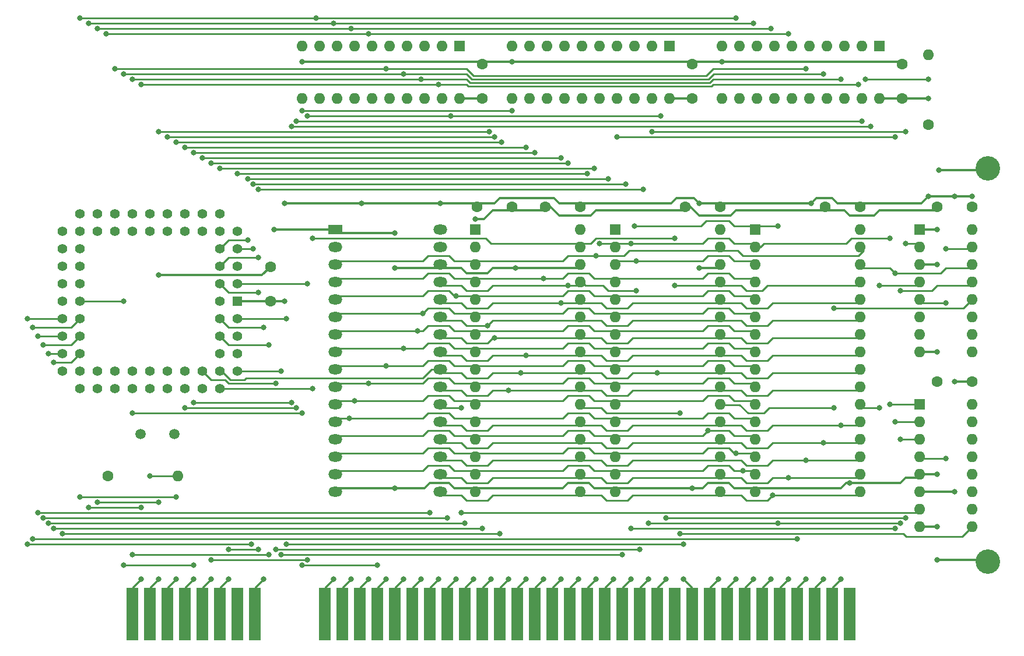
<source format=gbr>
G04 #@! TF.GenerationSoftware,KiCad,Pcbnew,(5.1.8)-1*
G04 #@! TF.CreationDate,2023-02-17T13:11:45-07:00*
G04 #@! TF.ProjectId,V40 64K 640K ISA,56343020-3634-44b2-9036-34304b204953,rev?*
G04 #@! TF.SameCoordinates,Original*
G04 #@! TF.FileFunction,Copper,L1,Top*
G04 #@! TF.FilePolarity,Positive*
%FSLAX46Y46*%
G04 Gerber Fmt 4.6, Leading zero omitted, Abs format (unit mm)*
G04 Created by KiCad (PCBNEW (5.1.8)-1) date 2023-02-17 13:11:45*
%MOMM*%
%LPD*%
G01*
G04 APERTURE LIST*
G04 #@! TA.AperFunction,ComponentPad*
%ADD10C,1.422400*%
G04 #@! TD*
G04 #@! TA.AperFunction,ComponentPad*
%ADD11R,1.422400X1.422400*%
G04 #@! TD*
G04 #@! TA.AperFunction,ConnectorPad*
%ADD12R,1.780000X7.620000*%
G04 #@! TD*
G04 #@! TA.AperFunction,ComponentPad*
%ADD13C,1.500000*%
G04 #@! TD*
G04 #@! TA.AperFunction,ComponentPad*
%ADD14O,1.600000X1.600000*%
G04 #@! TD*
G04 #@! TA.AperFunction,ComponentPad*
%ADD15R,1.600000X1.600000*%
G04 #@! TD*
G04 #@! TA.AperFunction,ComponentPad*
%ADD16C,1.600000*%
G04 #@! TD*
G04 #@! TA.AperFunction,ComponentPad*
%ADD17O,2.000000X1.440000*%
G04 #@! TD*
G04 #@! TA.AperFunction,ComponentPad*
%ADD18R,2.000000X1.440000*%
G04 #@! TD*
G04 #@! TA.AperFunction,ComponentPad*
%ADD19C,3.556000*%
G04 #@! TD*
G04 #@! TA.AperFunction,ViaPad*
%ADD20C,0.800000*%
G04 #@! TD*
G04 #@! TA.AperFunction,Conductor*
%ADD21C,0.250000*%
G04 #@! TD*
G04 #@! TA.AperFunction,Conductor*
%ADD22C,0.330200*%
G04 #@! TD*
G04 APERTURE END LIST*
D10*
G04 #@! TO.P,U7,60*
G04 #@! TO.N,/MWR*
X70096380Y-97002600D03*
G04 #@! TO.P,U7,58*
G04 #@! TO.N,Net-(U7-Pad58)*
X67556380Y-97002600D03*
G04 #@! TO.P,U7,56*
G04 #@! TO.N,/DEN*
X65016380Y-97002600D03*
G04 #@! TO.P,U7,54*
G04 #@! TO.N,/X1*
X62476380Y-97002600D03*
G04 #@! TO.P,U7,52*
G04 #@! TO.N,GND*
X59936380Y-97002600D03*
G04 #@! TO.P,U7,50*
G04 #@! TO.N,/ALE*
X57396380Y-97002600D03*
G04 #@! TO.P,U7,48*
G04 #@! TO.N,Net-(U7-Pad48)*
X54856380Y-97002600D03*
G04 #@! TO.P,U7,46*
G04 #@! TO.N,/SPK_GO*
X52316380Y-97002600D03*
G04 #@! TO.P,U7,61*
G04 #@! TO.N,/IORD*
X72636380Y-94462600D03*
G04 #@! TO.P,U7,59*
G04 #@! TO.N,/IOWR*
X67556380Y-94462600D03*
G04 #@! TO.P,U7,57*
G04 #@! TO.N,/DTR*
X65016380Y-94462600D03*
G04 #@! TO.P,U7,55*
G04 #@! TO.N,Net-(U7-Pad55)*
X62476380Y-94462600D03*
G04 #@! TO.P,U7,53*
G04 #@! TO.N,/X2*
X59936380Y-94462600D03*
G04 #@! TO.P,U7,51*
G04 #@! TO.N,Net-(U7-Pad51)*
X57396380Y-94462600D03*
G04 #@! TO.P,U7,49*
G04 #@! TO.N,Net-(U7-Pad49)*
X54856380Y-94462600D03*
G04 #@! TO.P,U7,47*
G04 #@! TO.N,/POLL*
X52316380Y-94462600D03*
G04 #@! TO.P,U7,45*
G04 #@! TO.N,/SPK_OUT*
X49776380Y-94462600D03*
G04 #@! TO.P,U7,43*
G04 #@! TO.N,/IRQ7*
X47236380Y-94462600D03*
G04 #@! TO.P,U7,41*
G04 #@! TO.N,/IRQ5*
X47236380Y-91922600D03*
G04 #@! TO.P,U7,39*
G04 #@! TO.N,/IRQ3*
X47236380Y-89382600D03*
G04 #@! TO.P,U7,37*
G04 #@! TO.N,/IRQ1*
X47236380Y-86842600D03*
G04 #@! TO.P,U7,35*
G04 #@! TO.N,Net-(U7-Pad35)*
X47236380Y-84302600D03*
G04 #@! TO.P,U7,33*
G04 #@! TO.N,Net-(U7-Pad33)*
X47236380Y-81762600D03*
G04 #@! TO.P,U7,31*
G04 #@! TO.N,Net-(U7-Pad31)*
X47236380Y-79222600D03*
G04 #@! TO.P,U7,29*
G04 #@! TO.N,Net-(U7-Pad29)*
X47236380Y-76682600D03*
G04 #@! TO.P,U7,27*
G04 #@! TO.N,Net-(U7-Pad27)*
X47236380Y-74142600D03*
G04 #@! TO.P,U7,44*
G04 #@! TO.N,/HF_PCLK*
X49776380Y-97002600D03*
G04 #@! TO.P,U7,42*
G04 #@! TO.N,/IRQ6*
X49776380Y-91922600D03*
G04 #@! TO.P,U7,40*
G04 #@! TO.N,/IRQ4*
X49776380Y-89382600D03*
G04 #@! TO.P,U7,38*
G04 #@! TO.N,/IRQ2*
X49776380Y-86842600D03*
G04 #@! TO.P,U7,36*
G04 #@! TO.N,/DRQ0*
X49776380Y-84302600D03*
G04 #@! TO.P,U7,34*
G04 #@! TO.N,Net-(U7-Pad34)*
X49776380Y-81762600D03*
G04 #@! TO.P,U7,32*
G04 #@! TO.N,Net-(U7-Pad32)*
X49776380Y-79222600D03*
G04 #@! TO.P,U7,30*
G04 #@! TO.N,Net-(U7-Pad30)*
X49776380Y-76682600D03*
G04 #@! TO.P,U7,28*
G04 #@! TO.N,Net-(U7-Pad28)*
X49776380Y-74142600D03*
G04 #@! TO.P,U7,26*
G04 #@! TO.N,/AD0*
X49776380Y-71602600D03*
G04 #@! TO.P,U7,24*
G04 #@! TO.N,/AD2*
X52316380Y-71602600D03*
G04 #@! TO.P,U7,22*
G04 #@! TO.N,/AD4*
X54856380Y-71602600D03*
G04 #@! TO.P,U7,20*
G04 #@! TO.N,/AD6*
X57396380Y-71602600D03*
G04 #@! TO.P,U7,18*
G04 #@! TO.N,GND*
X59936380Y-71602600D03*
G04 #@! TO.P,U7,16*
G04 #@! TO.N,/A9*
X62476380Y-71602600D03*
G04 #@! TO.P,U7,14*
G04 #@! TO.N,/A11*
X65016380Y-71602600D03*
G04 #@! TO.P,U7,12*
G04 #@! TO.N,/A13*
X67556380Y-71602600D03*
G04 #@! TO.P,U7,10*
G04 #@! TO.N,/A15*
X70096380Y-71602600D03*
G04 #@! TO.P,U7,25*
G04 #@! TO.N,/AD1*
X52316380Y-74142600D03*
G04 #@! TO.P,U7,23*
G04 #@! TO.N,/AD3*
X54856380Y-74142600D03*
G04 #@! TO.P,U7,21*
G04 #@! TO.N,/AD5*
X57396380Y-74142600D03*
G04 #@! TO.P,U7,19*
G04 #@! TO.N,/AD7*
X59936380Y-74142600D03*
G04 #@! TO.P,U7,17*
G04 #@! TO.N,/A8*
X62476380Y-74142600D03*
G04 #@! TO.P,U7,15*
G04 #@! TO.N,/A10*
X65016380Y-74142600D03*
G04 #@! TO.P,U7,13*
G04 #@! TO.N,/A12*
X67556380Y-74142600D03*
G04 #@! TO.P,U7,11*
G04 #@! TO.N,/A14*
X70096380Y-74142600D03*
G04 #@! TO.P,U7,63*
G04 #@! TO.N,Net-(U7-Pad63)*
X72636380Y-91922600D03*
G04 #@! TO.P,U7,65*
G04 #@! TO.N,Net-(U7-Pad65)*
X72636380Y-89382600D03*
G04 #@! TO.P,U7,67*
G04 #@! TO.N,/RDY1*
X72636380Y-86842600D03*
G04 #@! TO.P,U7,9*
G04 #@! TO.N,/A16_*
X72636380Y-74142600D03*
G04 #@! TO.P,U7,7*
G04 #@! TO.N,/A18_*
X72636380Y-76682600D03*
G04 #@! TO.P,U7,5*
G04 #@! TO.N,Net-(U7-Pad5)*
X72636380Y-79222600D03*
G04 #@! TO.P,U7,3*
G04 #@! TO.N,/HOLDA*
X72636380Y-81762600D03*
D11*
G04 #@! TO.P,U7,1*
G04 #@! TO.N,VCC*
X72636380Y-84302600D03*
D10*
G04 #@! TO.P,U7,62*
G04 #@! TO.N,/MRD*
X70096380Y-94462600D03*
G04 #@! TO.P,U7,64*
G04 #@! TO.N,Net-(U7-Pad64)*
X70096380Y-91922600D03*
G04 #@! TO.P,U7,66*
G04 #@! TO.N,/NMI*
X70096380Y-89382600D03*
G04 #@! TO.P,U7,68*
G04 #@! TO.N,/RESET*
X70096380Y-86842600D03*
G04 #@! TO.P,U7,8*
G04 #@! TO.N,/A17_*
X70096380Y-76682600D03*
G04 #@! TO.P,U7,6*
G04 #@! TO.N,/A19_*
X70096380Y-79222600D03*
G04 #@! TO.P,U7,4*
G04 #@! TO.N,/HOLD*
X70096380Y-81762600D03*
G04 #@! TO.P,U7,2*
G04 #@! TO.N,Net-(U7-Pad2)*
X70096380Y-84302600D03*
G04 #@! TD*
D12*
G04 #@! TO.P,J9,62*
G04 #@! TO.N,/A0*
X85336380Y-129768600D03*
G04 #@! TO.P,J9,61*
G04 #@! TO.N,/A1*
X87876380Y-129768600D03*
G04 #@! TO.P,J9,60*
G04 #@! TO.N,/A2*
X90416380Y-129768600D03*
G04 #@! TO.P,J9,59*
G04 #@! TO.N,/A3*
X92956380Y-129768600D03*
G04 #@! TO.P,J9,58*
G04 #@! TO.N,/A4*
X95496380Y-129768600D03*
G04 #@! TO.P,J9,57*
G04 #@! TO.N,/A5*
X98036380Y-129768600D03*
G04 #@! TO.P,J9,56*
G04 #@! TO.N,/A6*
X100576380Y-129768600D03*
G04 #@! TO.P,J9,55*
G04 #@! TO.N,/A7*
X103116380Y-129768600D03*
G04 #@! TO.P,J9,54*
G04 #@! TO.N,/A8*
X105656380Y-129768600D03*
G04 #@! TO.P,J9,53*
G04 #@! TO.N,/A9*
X108196380Y-129768600D03*
G04 #@! TO.P,J9,52*
G04 #@! TO.N,/A10*
X110736380Y-129768600D03*
G04 #@! TO.P,J9,51*
G04 #@! TO.N,/A11*
X113276380Y-129768600D03*
G04 #@! TO.P,J9,50*
G04 #@! TO.N,/A12*
X115816380Y-129768600D03*
G04 #@! TO.P,J9,49*
G04 #@! TO.N,/A13*
X118356380Y-129768600D03*
G04 #@! TO.P,J9,48*
G04 #@! TO.N,/A14*
X120896380Y-129768600D03*
G04 #@! TO.P,J9,47*
G04 #@! TO.N,/A15*
X123436380Y-129768600D03*
G04 #@! TO.P,J9,46*
G04 #@! TO.N,/A16*
X125976380Y-129768600D03*
G04 #@! TO.P,J9,45*
G04 #@! TO.N,/A17*
X128516380Y-129768600D03*
G04 #@! TO.P,J9,44*
G04 #@! TO.N,/A18*
X131056380Y-129768600D03*
G04 #@! TO.P,J9,43*
G04 #@! TO.N,/A19*
X133596380Y-129768600D03*
G04 #@! TO.P,J9,42*
G04 #@! TO.N,/AEN*
X136136380Y-129768600D03*
G04 #@! TO.P,J9,41*
G04 #@! TO.N,/RDY1*
X138676380Y-129768600D03*
G04 #@! TO.P,J9,40*
G04 #@! TO.N,/D0*
X141216380Y-129768600D03*
G04 #@! TO.P,J9,39*
G04 #@! TO.N,/D1*
X143756380Y-129768600D03*
G04 #@! TO.P,J9,38*
G04 #@! TO.N,/D2*
X146296380Y-129768600D03*
G04 #@! TO.P,J9,37*
G04 #@! TO.N,/D3*
X148836380Y-129768600D03*
G04 #@! TO.P,J9,36*
G04 #@! TO.N,/D4*
X151376380Y-129768600D03*
G04 #@! TO.P,J9,35*
G04 #@! TO.N,/D5*
X153916380Y-129768600D03*
G04 #@! TO.P,J9,34*
G04 #@! TO.N,/D6*
X156456380Y-129768600D03*
G04 #@! TO.P,J9,33*
G04 #@! TO.N,/D7*
X158996380Y-129768600D03*
G04 #@! TO.P,J9,32*
G04 #@! TO.N,/CH_CK*
X161536380Y-129768600D03*
G04 #@! TD*
D13*
G04 #@! TO.P,Y1,2*
G04 #@! TO.N,/X2*
X58592380Y-103606600D03*
G04 #@! TO.P,Y1,1*
G04 #@! TO.N,/X1*
X63492380Y-103606600D03*
G04 #@! TD*
D14*
G04 #@! TO.P,U10,20*
G04 #@! TO.N,VCC*
X104894380Y-54838600D03*
G04 #@! TO.P,U10,10*
G04 #@! TO.N,GND*
X82034380Y-47218600D03*
G04 #@! TO.P,U10,19*
G04 #@! TO.N,/A7*
X102354380Y-54838600D03*
G04 #@! TO.P,U10,9*
G04 #@! TO.N,/AD0*
X84574380Y-47218600D03*
G04 #@! TO.P,U10,18*
G04 #@! TO.N,/A6*
X99814380Y-54838600D03*
G04 #@! TO.P,U10,8*
G04 #@! TO.N,/AD1*
X87114380Y-47218600D03*
G04 #@! TO.P,U10,17*
G04 #@! TO.N,/A5*
X97274380Y-54838600D03*
G04 #@! TO.P,U10,7*
G04 #@! TO.N,/AD2*
X89654380Y-47218600D03*
G04 #@! TO.P,U10,16*
G04 #@! TO.N,/A4*
X94734380Y-54838600D03*
G04 #@! TO.P,U10,6*
G04 #@! TO.N,/AD3*
X92194380Y-47218600D03*
G04 #@! TO.P,U10,15*
G04 #@! TO.N,/A3*
X92194380Y-54838600D03*
G04 #@! TO.P,U10,5*
G04 #@! TO.N,/AD4*
X94734380Y-47218600D03*
G04 #@! TO.P,U10,14*
G04 #@! TO.N,/A2*
X89654380Y-54838600D03*
G04 #@! TO.P,U10,4*
G04 #@! TO.N,/AD5*
X97274380Y-47218600D03*
G04 #@! TO.P,U10,13*
G04 #@! TO.N,/A1*
X87114380Y-54838600D03*
G04 #@! TO.P,U10,3*
G04 #@! TO.N,/AD6*
X99814380Y-47218600D03*
G04 #@! TO.P,U10,12*
G04 #@! TO.N,/A0*
X84574380Y-54838600D03*
G04 #@! TO.P,U10,2*
G04 #@! TO.N,/AD7*
X102354380Y-47218600D03*
G04 #@! TO.P,U10,11*
G04 #@! TO.N,/ALE*
X82034380Y-54838600D03*
D15*
G04 #@! TO.P,U10,1*
G04 #@! TO.N,/HOLDA*
X104894380Y-47218600D03*
G04 #@! TD*
D14*
G04 #@! TO.P,U9,20*
G04 #@! TO.N,VCC*
X165854380Y-54838600D03*
G04 #@! TO.P,U9,10*
G04 #@! TO.N,GND*
X142994380Y-47218600D03*
G04 #@! TO.P,U9,19*
G04 #@! TO.N,/DEN*
X163314380Y-54838600D03*
G04 #@! TO.P,U9,9*
G04 #@! TO.N,/AD0*
X145534380Y-47218600D03*
G04 #@! TO.P,U9,18*
G04 #@! TO.N,/D7*
X160774380Y-54838600D03*
G04 #@! TO.P,U9,8*
G04 #@! TO.N,/AD1*
X148074380Y-47218600D03*
G04 #@! TO.P,U9,17*
G04 #@! TO.N,/D6*
X158234380Y-54838600D03*
G04 #@! TO.P,U9,7*
G04 #@! TO.N,/AD2*
X150614380Y-47218600D03*
G04 #@! TO.P,U9,16*
G04 #@! TO.N,/D5*
X155694380Y-54838600D03*
G04 #@! TO.P,U9,6*
G04 #@! TO.N,/AD3*
X153154380Y-47218600D03*
G04 #@! TO.P,U9,15*
G04 #@! TO.N,/D4*
X153154380Y-54838600D03*
G04 #@! TO.P,U9,5*
G04 #@! TO.N,/AD4*
X155694380Y-47218600D03*
G04 #@! TO.P,U9,14*
G04 #@! TO.N,/D3*
X150614380Y-54838600D03*
G04 #@! TO.P,U9,4*
G04 #@! TO.N,/AD5*
X158234380Y-47218600D03*
G04 #@! TO.P,U9,13*
G04 #@! TO.N,/D2*
X148074380Y-54838600D03*
G04 #@! TO.P,U9,3*
G04 #@! TO.N,/AD6*
X160774380Y-47218600D03*
G04 #@! TO.P,U9,12*
G04 #@! TO.N,/D1*
X145534380Y-54838600D03*
G04 #@! TO.P,U9,2*
G04 #@! TO.N,/AD7*
X163314380Y-47218600D03*
G04 #@! TO.P,U9,11*
G04 #@! TO.N,/D0*
X142994380Y-54838600D03*
D15*
G04 #@! TO.P,U9,1*
G04 #@! TO.N,/DTR*
X165854380Y-47218600D03*
G04 #@! TD*
D14*
G04 #@! TO.P,U8,20*
G04 #@! TO.N,VCC*
X135374380Y-54838600D03*
G04 #@! TO.P,U8,10*
G04 #@! TO.N,GND*
X112514380Y-47218600D03*
G04 #@! TO.P,U8,19*
G04 #@! TO.N,/A19*
X132834380Y-54838600D03*
G04 #@! TO.P,U8,9*
G04 #@! TO.N,Net-(U8-Pad9)*
X115054380Y-47218600D03*
G04 #@! TO.P,U8,18*
G04 #@! TO.N,/A18*
X130294380Y-54838600D03*
G04 #@! TO.P,U8,8*
G04 #@! TO.N,Net-(U8-Pad8)*
X117594380Y-47218600D03*
G04 #@! TO.P,U8,17*
G04 #@! TO.N,/A17*
X127754380Y-54838600D03*
G04 #@! TO.P,U8,7*
G04 #@! TO.N,Net-(U8-Pad7)*
X120134380Y-47218600D03*
G04 #@! TO.P,U8,16*
G04 #@! TO.N,/A16*
X125214380Y-54838600D03*
G04 #@! TO.P,U8,6*
G04 #@! TO.N,Net-(U8-Pad6)*
X122674380Y-47218600D03*
G04 #@! TO.P,U8,15*
G04 #@! TO.N,Net-(U8-Pad15)*
X122674380Y-54838600D03*
G04 #@! TO.P,U8,5*
G04 #@! TO.N,/A16_*
X125214380Y-47218600D03*
G04 #@! TO.P,U8,14*
G04 #@! TO.N,Net-(U8-Pad14)*
X120134380Y-54838600D03*
G04 #@! TO.P,U8,4*
G04 #@! TO.N,/A17_*
X127754380Y-47218600D03*
G04 #@! TO.P,U8,13*
G04 #@! TO.N,Net-(U8-Pad13)*
X117594380Y-54838600D03*
G04 #@! TO.P,U8,3*
G04 #@! TO.N,/A18_*
X130294380Y-47218600D03*
G04 #@! TO.P,U8,12*
G04 #@! TO.N,Net-(U8-Pad12)*
X115054380Y-54838600D03*
G04 #@! TO.P,U8,2*
G04 #@! TO.N,/A19_*
X132834380Y-47218600D03*
G04 #@! TO.P,U8,11*
G04 #@! TO.N,/ALE*
X112514380Y-54838600D03*
D15*
G04 #@! TO.P,U8,1*
G04 #@! TO.N,/HOLDA*
X135374380Y-47218600D03*
G04 #@! TD*
D14*
G04 #@! TO.P,R2,2*
G04 #@! TO.N,/DEN*
X172966380Y-48488600D03*
D16*
G04 #@! TO.P,R2,1*
G04 #@! TO.N,VCC*
X172966380Y-58648600D03*
G04 #@! TD*
D14*
G04 #@! TO.P,R1,2*
G04 #@! TO.N,GND*
X64000380Y-109702600D03*
D16*
G04 #@! TO.P,R1,1*
G04 #@! TO.N,/POLL*
X53840380Y-109702600D03*
G04 #@! TD*
G04 #@! TO.P,C10,2*
G04 #@! TO.N,VCC*
X108196380Y-54838600D03*
G04 #@! TO.P,C10,1*
G04 #@! TO.N,GND*
X108196380Y-49838600D03*
G04 #@! TD*
G04 #@! TO.P,C9,2*
G04 #@! TO.N,VCC*
X169156380Y-54838600D03*
G04 #@! TO.P,C9,1*
G04 #@! TO.N,GND*
X169156380Y-49838600D03*
G04 #@! TD*
G04 #@! TO.P,C8,2*
G04 #@! TO.N,VCC*
X138676380Y-54838600D03*
G04 #@! TO.P,C8,1*
G04 #@! TO.N,GND*
X138676380Y-49838600D03*
G04 #@! TD*
G04 #@! TO.P,C7,2*
G04 #@! TO.N,VCC*
X77462380Y-84302600D03*
G04 #@! TO.P,C7,1*
G04 #@! TO.N,GND*
X77462380Y-79302600D03*
G04 #@! TD*
D17*
G04 #@! TO.P,U1,17*
G04 #@! TO.N,/D3*
X102100380Y-111988600D03*
G04 #@! TO.P,U1,16*
G04 #@! TO.N,GND*
X86860380Y-111988600D03*
G04 #@! TO.P,U1,18*
G04 #@! TO.N,/D4*
X102100380Y-109448600D03*
G04 #@! TO.P,U1,15*
G04 #@! TO.N,/D2*
X86860380Y-109448600D03*
G04 #@! TO.P,U1,19*
G04 #@! TO.N,/D5*
X102100380Y-106908600D03*
G04 #@! TO.P,U1,14*
G04 #@! TO.N,/D1*
X86860380Y-106908600D03*
G04 #@! TO.P,U1,20*
G04 #@! TO.N,/D6*
X102100380Y-104368600D03*
G04 #@! TO.P,U1,13*
G04 #@! TO.N,/D0*
X86860380Y-104368600D03*
G04 #@! TO.P,U1,21*
G04 #@! TO.N,/D7*
X102100380Y-101828600D03*
G04 #@! TO.P,U1,12*
G04 #@! TO.N,/A0*
X86860380Y-101828600D03*
G04 #@! TO.P,U1,22*
G04 #@! TO.N,/64K_ROM_CS*
X102100380Y-99288600D03*
G04 #@! TO.P,U1,11*
G04 #@! TO.N,/A1*
X86860380Y-99288600D03*
G04 #@! TO.P,U1,23*
G04 #@! TO.N,/A10*
X102100380Y-96748600D03*
G04 #@! TO.P,U1,10*
G04 #@! TO.N,/A2*
X86860380Y-96748600D03*
G04 #@! TO.P,U1,24*
G04 #@! TO.N,/MRD*
X102100380Y-94208600D03*
G04 #@! TO.P,U1,9*
G04 #@! TO.N,/A3*
X86860380Y-94208600D03*
G04 #@! TO.P,U1,25*
G04 #@! TO.N,/A11*
X102100380Y-91668600D03*
G04 #@! TO.P,U1,8*
G04 #@! TO.N,/A4*
X86860380Y-91668600D03*
G04 #@! TO.P,U1,26*
G04 #@! TO.N,/A9*
X102100380Y-89128600D03*
G04 #@! TO.P,U1,7*
G04 #@! TO.N,/A5*
X86860380Y-89128600D03*
G04 #@! TO.P,U1,27*
G04 #@! TO.N,/A8*
X102100380Y-86588600D03*
G04 #@! TO.P,U1,6*
G04 #@! TO.N,/A6*
X86860380Y-86588600D03*
G04 #@! TO.P,U1,28*
G04 #@! TO.N,/A13*
X102100380Y-84048600D03*
G04 #@! TO.P,U1,5*
G04 #@! TO.N,/A7*
X86860380Y-84048600D03*
G04 #@! TO.P,U1,29*
G04 #@! TO.N,/A14*
X102100380Y-81508600D03*
G04 #@! TO.P,U1,4*
G04 #@! TO.N,/A12*
X86860380Y-81508600D03*
G04 #@! TO.P,U1,30*
G04 #@! TO.N,GND*
X102100380Y-78968600D03*
G04 #@! TO.P,U1,3*
G04 #@! TO.N,/A15*
X86860380Y-78968600D03*
G04 #@! TO.P,U1,31*
G04 #@! TO.N,VCC*
X102100380Y-76428600D03*
G04 #@! TO.P,U1,2*
G04 #@! TO.N,GND*
X86860380Y-76428600D03*
G04 #@! TO.P,U1,32*
G04 #@! TO.N,VCC*
X102100380Y-73888600D03*
D18*
G04 #@! TO.P,U1,1*
G04 #@! TO.N,GND*
X86860380Y-73888600D03*
G04 #@! TD*
D12*
G04 #@! TO.P,J1,9*
G04 #@! TO.N,/SPK_OUT*
X57396380Y-129768600D03*
G04 #@! TO.P,J1,10*
G04 #@! TO.N,/SPK_GO*
X59936380Y-129768600D03*
G04 #@! TO.P,J1,11*
G04 #@! TO.N,/HF_PCLK*
X62476380Y-129768600D03*
G04 #@! TO.P,J1,12*
G04 #@! TO.N,/DRQ0*
X65016380Y-129768600D03*
G04 #@! TO.P,J1,13*
G04 #@! TO.N,/HOLDA*
X67556380Y-129768600D03*
G04 #@! TO.P,J1,14*
G04 #@! TO.N,/HOLD*
X70096380Y-129768600D03*
G04 #@! TO.P,J1,15*
G04 #@! TO.N,/READY*
X72636380Y-129768600D03*
G04 #@! TO.P,J1,16*
G04 #@! TO.N,/RESET*
X75176380Y-129768600D03*
G04 #@! TD*
D16*
G04 #@! TO.P,C2,2*
G04 #@! TO.N,VCC*
X122420380Y-70586600D03*
G04 #@! TO.P,C2,1*
G04 #@! TO.N,GND*
X117420380Y-70586600D03*
G04 #@! TD*
D14*
G04 #@! TO.P,U2,32*
G04 #@! TO.N,VCC*
X122420380Y-73888600D03*
G04 #@! TO.P,U2,16*
G04 #@! TO.N,GND*
X107180380Y-111988600D03*
G04 #@! TO.P,U2,31*
G04 #@! TO.N,/MWR*
X122420380Y-76428600D03*
G04 #@! TO.P,U2,15*
G04 #@! TO.N,/D2*
X107180380Y-109448600D03*
G04 #@! TO.P,U2,30*
G04 #@! TO.N,GND*
X122420380Y-78968600D03*
G04 #@! TO.P,U2,14*
G04 #@! TO.N,/D1*
X107180380Y-106908600D03*
G04 #@! TO.P,U2,29*
G04 #@! TO.N,/A14*
X122420380Y-81508600D03*
G04 #@! TO.P,U2,13*
G04 #@! TO.N,/D0*
X107180380Y-104368600D03*
G04 #@! TO.P,U2,28*
G04 #@! TO.N,/A13*
X122420380Y-84048600D03*
G04 #@! TO.P,U2,12*
G04 #@! TO.N,/A0*
X107180380Y-101828600D03*
G04 #@! TO.P,U2,27*
G04 #@! TO.N,/A8*
X122420380Y-86588600D03*
G04 #@! TO.P,U2,11*
G04 #@! TO.N,/A1*
X107180380Y-99288600D03*
G04 #@! TO.P,U2,26*
G04 #@! TO.N,/A9*
X122420380Y-89128600D03*
G04 #@! TO.P,U2,10*
G04 #@! TO.N,/A2*
X107180380Y-96748600D03*
G04 #@! TO.P,U2,25*
G04 #@! TO.N,/A11*
X122420380Y-91668600D03*
G04 #@! TO.P,U2,9*
G04 #@! TO.N,/A3*
X107180380Y-94208600D03*
G04 #@! TO.P,U2,24*
G04 #@! TO.N,/MRD*
X122420380Y-94208600D03*
G04 #@! TO.P,U2,8*
G04 #@! TO.N,/A4*
X107180380Y-91668600D03*
G04 #@! TO.P,U2,23*
G04 #@! TO.N,/A10*
X122420380Y-96748600D03*
G04 #@! TO.P,U2,7*
G04 #@! TO.N,/A5*
X107180380Y-89128600D03*
G04 #@! TO.P,U2,22*
G04 #@! TO.N,/E0000_CS*
X122420380Y-99288600D03*
G04 #@! TO.P,U2,6*
G04 #@! TO.N,/A6*
X107180380Y-86588600D03*
G04 #@! TO.P,U2,21*
G04 #@! TO.N,/D7*
X122420380Y-101828600D03*
G04 #@! TO.P,U2,5*
G04 #@! TO.N,/A7*
X107180380Y-84048600D03*
G04 #@! TO.P,U2,20*
G04 #@! TO.N,/D6*
X122420380Y-104368600D03*
G04 #@! TO.P,U2,4*
G04 #@! TO.N,/A12*
X107180380Y-81508600D03*
G04 #@! TO.P,U2,19*
G04 #@! TO.N,/D5*
X122420380Y-106908600D03*
G04 #@! TO.P,U2,3*
G04 #@! TO.N,/A15*
X107180380Y-78968600D03*
G04 #@! TO.P,U2,18*
G04 #@! TO.N,/D4*
X122420380Y-109448600D03*
G04 #@! TO.P,U2,2*
G04 #@! TO.N,GND*
X107180380Y-76428600D03*
G04 #@! TO.P,U2,17*
G04 #@! TO.N,/D3*
X122420380Y-111988600D03*
D15*
G04 #@! TO.P,U2,1*
G04 #@! TO.N,GND*
X107180380Y-73888600D03*
G04 #@! TD*
D16*
G04 #@! TO.P,C1,2*
G04 #@! TO.N,VCC*
X107514380Y-70586600D03*
G04 #@! TO.P,C1,1*
G04 #@! TO.N,GND*
X112514380Y-70586600D03*
G04 #@! TD*
D14*
G04 #@! TO.P,U3,32*
G04 #@! TO.N,VCC*
X142740380Y-73888600D03*
G04 #@! TO.P,U3,16*
G04 #@! TO.N,GND*
X127500380Y-111988600D03*
G04 #@! TO.P,U3,31*
G04 #@! TO.N,/A15*
X142740380Y-76428600D03*
G04 #@! TO.P,U3,15*
G04 #@! TO.N,/D2*
X127500380Y-109448600D03*
G04 #@! TO.P,U3,30*
G04 #@! TO.N,VCC*
X142740380Y-78968600D03*
G04 #@! TO.P,U3,14*
G04 #@! TO.N,/D1*
X127500380Y-106908600D03*
G04 #@! TO.P,U3,29*
G04 #@! TO.N,/MWR*
X142740380Y-81508600D03*
G04 #@! TO.P,U3,13*
G04 #@! TO.N,/D0*
X127500380Y-104368600D03*
G04 #@! TO.P,U3,28*
G04 #@! TO.N,/A13*
X142740380Y-84048600D03*
G04 #@! TO.P,U3,12*
G04 #@! TO.N,/A0*
X127500380Y-101828600D03*
G04 #@! TO.P,U3,27*
G04 #@! TO.N,/A8*
X142740380Y-86588600D03*
G04 #@! TO.P,U3,11*
G04 #@! TO.N,/A1*
X127500380Y-99288600D03*
G04 #@! TO.P,U3,26*
G04 #@! TO.N,/A9*
X142740380Y-89128600D03*
G04 #@! TO.P,U3,10*
G04 #@! TO.N,/A2*
X127500380Y-96748600D03*
G04 #@! TO.P,U3,25*
G04 #@! TO.N,/A11*
X142740380Y-91668600D03*
G04 #@! TO.P,U3,9*
G04 #@! TO.N,/A3*
X127500380Y-94208600D03*
G04 #@! TO.P,U3,24*
G04 #@! TO.N,/MRD*
X142740380Y-94208600D03*
G04 #@! TO.P,U3,8*
G04 #@! TO.N,/A4*
X127500380Y-91668600D03*
G04 #@! TO.P,U3,23*
G04 #@! TO.N,/A10*
X142740380Y-96748600D03*
G04 #@! TO.P,U3,7*
G04 #@! TO.N,/A5*
X127500380Y-89128600D03*
G04 #@! TO.P,U3,22*
G04 #@! TO.N,/128K_CS*
X142740380Y-99288600D03*
G04 #@! TO.P,U3,6*
G04 #@! TO.N,/A6*
X127500380Y-86588600D03*
G04 #@! TO.P,U3,21*
G04 #@! TO.N,/D7*
X142740380Y-101828600D03*
G04 #@! TO.P,U3,5*
G04 #@! TO.N,/A7*
X127500380Y-84048600D03*
G04 #@! TO.P,U3,20*
G04 #@! TO.N,/D6*
X142740380Y-104368600D03*
G04 #@! TO.P,U3,4*
G04 #@! TO.N,/A12*
X127500380Y-81508600D03*
G04 #@! TO.P,U3,19*
G04 #@! TO.N,/D5*
X142740380Y-106908600D03*
G04 #@! TO.P,U3,3*
G04 #@! TO.N,/A14*
X127500380Y-78968600D03*
G04 #@! TO.P,U3,18*
G04 #@! TO.N,/D4*
X142740380Y-109448600D03*
G04 #@! TO.P,U3,2*
G04 #@! TO.N,/A16*
X127500380Y-76428600D03*
G04 #@! TO.P,U3,17*
G04 #@! TO.N,/D3*
X142740380Y-111988600D03*
D15*
G04 #@! TO.P,U3,1*
G04 #@! TO.N,Net-(U3-Pad1)*
X127500380Y-73888600D03*
G04 #@! TD*
D14*
G04 #@! TO.P,U4,32*
G04 #@! TO.N,VCC*
X163060380Y-73888600D03*
G04 #@! TO.P,U4,16*
G04 #@! TO.N,GND*
X147820380Y-111988600D03*
G04 #@! TO.P,U4,31*
G04 #@! TO.N,/A15*
X163060380Y-76428600D03*
G04 #@! TO.P,U4,15*
G04 #@! TO.N,/D2*
X147820380Y-109448600D03*
G04 #@! TO.P,U4,30*
G04 #@! TO.N,/A17*
X163060380Y-78968600D03*
G04 #@! TO.P,U4,14*
G04 #@! TO.N,/D1*
X147820380Y-106908600D03*
G04 #@! TO.P,U4,29*
G04 #@! TO.N,/MWR*
X163060380Y-81508600D03*
G04 #@! TO.P,U4,13*
G04 #@! TO.N,/D0*
X147820380Y-104368600D03*
G04 #@! TO.P,U4,28*
G04 #@! TO.N,/A13*
X163060380Y-84048600D03*
G04 #@! TO.P,U4,12*
G04 #@! TO.N,/A0*
X147820380Y-101828600D03*
G04 #@! TO.P,U4,27*
G04 #@! TO.N,/A8*
X163060380Y-86588600D03*
G04 #@! TO.P,U4,11*
G04 #@! TO.N,/A1*
X147820380Y-99288600D03*
G04 #@! TO.P,U4,26*
G04 #@! TO.N,/A9*
X163060380Y-89128600D03*
G04 #@! TO.P,U4,10*
G04 #@! TO.N,/A2*
X147820380Y-96748600D03*
G04 #@! TO.P,U4,25*
G04 #@! TO.N,/A11*
X163060380Y-91668600D03*
G04 #@! TO.P,U4,9*
G04 #@! TO.N,/A3*
X147820380Y-94208600D03*
G04 #@! TO.P,U4,24*
G04 #@! TO.N,/MRD*
X163060380Y-94208600D03*
G04 #@! TO.P,U4,8*
G04 #@! TO.N,/A4*
X147820380Y-91668600D03*
G04 #@! TO.P,U4,23*
G04 #@! TO.N,/A10*
X163060380Y-96748600D03*
G04 #@! TO.P,U4,7*
G04 #@! TO.N,/A5*
X147820380Y-89128600D03*
G04 #@! TO.P,U4,22*
G04 #@! TO.N,/512K_CS*
X163060380Y-99288600D03*
G04 #@! TO.P,U4,6*
G04 #@! TO.N,/A6*
X147820380Y-86588600D03*
G04 #@! TO.P,U4,21*
G04 #@! TO.N,/D7*
X163060380Y-101828600D03*
G04 #@! TO.P,U4,5*
G04 #@! TO.N,/A7*
X147820380Y-84048600D03*
G04 #@! TO.P,U4,20*
G04 #@! TO.N,/D6*
X163060380Y-104368600D03*
G04 #@! TO.P,U4,4*
G04 #@! TO.N,/A12*
X147820380Y-81508600D03*
G04 #@! TO.P,U4,19*
G04 #@! TO.N,/D5*
X163060380Y-106908600D03*
G04 #@! TO.P,U4,3*
G04 #@! TO.N,/A14*
X147820380Y-78968600D03*
G04 #@! TO.P,U4,18*
G04 #@! TO.N,/D4*
X163060380Y-109448600D03*
G04 #@! TO.P,U4,2*
G04 #@! TO.N,/A16*
X147820380Y-76428600D03*
G04 #@! TO.P,U4,17*
G04 #@! TO.N,/D3*
X163060380Y-111988600D03*
D15*
G04 #@! TO.P,U4,1*
G04 #@! TO.N,/A18*
X147820380Y-73888600D03*
G04 #@! TD*
D16*
G04 #@! TO.P,C6,2*
G04 #@! TO.N,VCC*
X179316380Y-95986600D03*
G04 #@! TO.P,C6,1*
G04 #@! TO.N,GND*
X174316380Y-95986600D03*
G04 #@! TD*
G04 #@! TO.P,C3,2*
G04 #@! TO.N,VCC*
X142740380Y-70586600D03*
G04 #@! TO.P,C3,1*
G04 #@! TO.N,GND*
X137740380Y-70586600D03*
G04 #@! TD*
D19*
G04 #@! TO.P,R,1*
G04 #@! TO.N,GND*
X181602380Y-122148600D03*
G04 #@! TD*
G04 #@! TO.P,R,1*
G04 #@! TO.N,GND*
X181602380Y-64998600D03*
G04 #@! TD*
D14*
G04 #@! TO.P,U6,16*
G04 #@! TO.N,VCC*
X179316380Y-99288600D03*
G04 #@! TO.P,U6,8*
G04 #@! TO.N,GND*
X171696380Y-117068600D03*
G04 #@! TO.P,U6,15*
G04 #@! TO.N,Net-(U6-Pad15)*
X179316380Y-101828600D03*
G04 #@! TO.P,U6,7*
G04 #@! TO.N,/64K_ROM_CS*
X171696380Y-114528600D03*
G04 #@! TO.P,U6,14*
G04 #@! TO.N,Net-(U6-Pad14)*
X179316380Y-104368600D03*
G04 #@! TO.P,U6,6*
G04 #@! TO.N,VCC*
X171696380Y-111988600D03*
G04 #@! TO.P,U6,13*
G04 #@! TO.N,Net-(U6-Pad13)*
X179316380Y-106908600D03*
G04 #@! TO.P,U6,5*
G04 #@! TO.N,GND*
X171696380Y-109448600D03*
G04 #@! TO.P,U6,12*
G04 #@! TO.N,Net-(U6-Pad12)*
X179316380Y-109448600D03*
G04 #@! TO.P,U6,4*
G04 #@! TO.N,/UPPER_512K*
X171696380Y-106908600D03*
G04 #@! TO.P,U6,11*
G04 #@! TO.N,Net-(U6-Pad11)*
X179316380Y-111988600D03*
G04 #@! TO.P,U6,3*
G04 #@! TO.N,/A18*
X171696380Y-104368600D03*
G04 #@! TO.P,U6,10*
G04 #@! TO.N,Net-(U6-Pad10)*
X179316380Y-114528600D03*
G04 #@! TO.P,U6,2*
G04 #@! TO.N,/A17*
X171696380Y-101828600D03*
G04 #@! TO.P,U6,9*
G04 #@! TO.N,/E0000_CS*
X179316380Y-117068600D03*
D15*
G04 #@! TO.P,U6,1*
G04 #@! TO.N,/A16*
X171696380Y-99288600D03*
G04 #@! TD*
D14*
G04 #@! TO.P,U5,16*
G04 #@! TO.N,VCC*
X179316380Y-73888600D03*
G04 #@! TO.P,U5,8*
G04 #@! TO.N,GND*
X171696380Y-91668600D03*
G04 #@! TO.P,U5,15*
G04 #@! TO.N,/UPPER_512K*
X179316380Y-76428600D03*
G04 #@! TO.P,U5,7*
G04 #@! TO.N,Net-(U5-Pad7)*
X171696380Y-89128600D03*
G04 #@! TO.P,U5,14*
G04 #@! TO.N,/A17*
X179316380Y-78968600D03*
G04 #@! TO.P,U5,6*
G04 #@! TO.N,Net-(U5-Pad6)*
X171696380Y-86588600D03*
G04 #@! TO.P,U5,13*
G04 #@! TO.N,/A18*
X179316380Y-81508600D03*
G04 #@! TO.P,U5,5*
G04 #@! TO.N,/UPPER_512K*
X171696380Y-84048600D03*
G04 #@! TO.P,U5,12*
G04 #@! TO.N,/128K_CS*
X179316380Y-84048600D03*
G04 #@! TO.P,U5,4*
G04 #@! TO.N,/512K_CS*
X171696380Y-81508600D03*
G04 #@! TO.P,U5,11*
G04 #@! TO.N,Net-(U5-Pad11)*
X179316380Y-86588600D03*
G04 #@! TO.P,U5,3*
G04 #@! TO.N,GND*
X171696380Y-78968600D03*
G04 #@! TO.P,U5,10*
G04 #@! TO.N,Net-(U5-Pad10)*
X179316380Y-89128600D03*
G04 #@! TO.P,U5,2*
G04 #@! TO.N,/A19*
X171696380Y-76428600D03*
G04 #@! TO.P,U5,9*
G04 #@! TO.N,Net-(U5-Pad9)*
X179316380Y-91668600D03*
D15*
G04 #@! TO.P,U5,1*
G04 #@! TO.N,GND*
X171696380Y-73888600D03*
G04 #@! TD*
D16*
G04 #@! TO.P,C5,2*
G04 #@! TO.N,VCC*
X179316380Y-70586600D03*
G04 #@! TO.P,C5,1*
G04 #@! TO.N,GND*
X174316380Y-70586600D03*
G04 #@! TD*
G04 #@! TO.P,C4,2*
G04 #@! TO.N,VCC*
X163060380Y-70586600D03*
G04 #@! TO.P,C4,1*
G04 #@! TO.N,GND*
X158060380Y-70586600D03*
G04 #@! TD*
D20*
G04 #@! TO.N,/IRQ2*
X153916380Y-118846600D03*
X42918380Y-88112600D03*
X42918380Y-118846600D03*
G04 #@! TO.N,/IRQ7*
X110736380Y-118084600D03*
X47236380Y-118084600D03*
G04 #@! TO.N,/IRQ6*
X108196380Y-117322600D03*
X45966380Y-93192600D03*
X45966380Y-117322600D03*
G04 #@! TO.N,/IRQ5*
X105656380Y-116560600D03*
X45204380Y-91922600D03*
X45204380Y-116560600D03*
G04 #@! TO.N,/IRQ4*
X103116380Y-115798600D03*
X44442380Y-90652600D03*
X44442380Y-115798600D03*
G04 #@! TO.N,/IRQ3*
X100576380Y-115036600D03*
X43680380Y-89382600D03*
X43680380Y-115036600D03*
G04 #@! TO.N,/ALE*
X57396380Y-100558600D03*
X112514380Y-56616600D03*
X82034380Y-56616600D03*
X82034380Y-100558600D03*
X92956380Y-122656600D03*
X82034380Y-122656600D03*
G04 #@! TO.N,/D7*
X160266380Y-124688600D03*
X160266380Y-102336600D03*
G04 #@! TO.N,/D6*
X157726380Y-124688600D03*
X157726380Y-104876600D03*
G04 #@! TO.N,/D5*
X155186380Y-124688600D03*
X155186380Y-107416600D03*
G04 #@! TO.N,/D4*
X152646380Y-124688600D03*
X152646380Y-109956600D03*
G04 #@! TO.N,/D3*
X150106380Y-124688600D03*
X150360380Y-112496600D03*
G04 #@! TO.N,/D2*
X147566380Y-124688600D03*
X146042380Y-108940600D03*
G04 #@! TO.N,/D1*
X145026380Y-124688600D03*
X145026380Y-106400600D03*
G04 #@! TO.N,/D0*
X142486380Y-124688600D03*
X140962380Y-103098600D03*
G04 #@! TO.N,/RDY1*
X137406380Y-124688600D03*
X137406380Y-119608600D03*
X79748380Y-86842600D03*
X79748380Y-119608600D03*
G04 #@! TO.N,/A19*
X134866380Y-124688600D03*
X169664380Y-75920600D03*
X169664380Y-115798600D03*
X134866380Y-115798600D03*
X169664380Y-59664600D03*
X132834380Y-59664600D03*
G04 #@! TO.N,/A18*
X132326380Y-124688600D03*
X168902380Y-82778600D03*
X168902380Y-116560600D03*
X132326380Y-116560600D03*
X151122380Y-116560600D03*
X151122380Y-73380600D03*
X168902380Y-104368600D03*
X130294380Y-73380600D03*
G04 #@! TO.N,/A17*
X129786380Y-124688600D03*
X168140380Y-80238600D03*
X168140380Y-117322600D03*
X129786380Y-117322600D03*
X168140380Y-101828600D03*
X127754380Y-60426600D03*
X168140380Y-60426600D03*
G04 #@! TO.N,/A16*
X127246380Y-124688600D03*
X129786380Y-75920600D03*
X167378380Y-75158600D03*
X167378380Y-99288600D03*
X125214380Y-75920600D03*
G04 #@! TO.N,/A15*
X124706380Y-124688600D03*
X124706380Y-77698600D03*
X70096380Y-64998600D03*
X124452380Y-64998600D03*
G04 #@! TO.N,/A14*
X122166380Y-124688600D03*
X120642380Y-82016600D03*
X130548380Y-82778600D03*
X130548380Y-78460600D03*
X68826380Y-64236600D03*
X120642380Y-64236600D03*
G04 #@! TO.N,/A13*
X119626380Y-124688600D03*
X119626380Y-84556600D03*
X67556380Y-63474600D03*
X119626380Y-63474600D03*
G04 #@! TO.N,/A12*
X117086380Y-124688600D03*
X117086380Y-81000600D03*
X66286380Y-62712600D03*
X115816380Y-62712600D03*
G04 #@! TO.N,/A11*
X114546380Y-124688600D03*
X114546380Y-92176600D03*
X65016380Y-61950600D03*
X114546380Y-61950600D03*
G04 #@! TO.N,/A10*
X112006380Y-124688600D03*
X112006380Y-97256600D03*
X63746380Y-61188600D03*
X110990380Y-61188600D03*
G04 #@! TO.N,/A9*
X109466380Y-124688600D03*
X109974380Y-89636600D03*
X62476380Y-60426600D03*
X109974380Y-60426600D03*
G04 #@! TO.N,/A8*
X106926380Y-124688600D03*
X108958380Y-87858600D03*
X61206380Y-59664600D03*
X109212380Y-59664600D03*
G04 #@! TO.N,/A7*
X104386380Y-124688600D03*
X104386380Y-83540600D03*
G04 #@! TO.N,/A6*
X101846380Y-124688600D03*
X99560380Y-86080600D03*
G04 #@! TO.N,/A5*
X99306380Y-124688600D03*
X98798380Y-88620600D03*
G04 #@! TO.N,/A4*
X96766380Y-124688600D03*
X96766380Y-91160600D03*
G04 #@! TO.N,/A3*
X94226380Y-124688600D03*
X94226380Y-93700600D03*
G04 #@! TO.N,/A2*
X91686380Y-124688600D03*
X91686380Y-96240600D03*
G04 #@! TO.N,/A1*
X89146380Y-124688600D03*
X89654380Y-98780600D03*
G04 #@! TO.N,/A0*
X86606380Y-124688600D03*
X88892380Y-101320600D03*
G04 #@! TO.N,/MWR*
X136136380Y-82016600D03*
X136136380Y-75158600D03*
X83558380Y-75158600D03*
X83558380Y-97002600D03*
G04 #@! TO.N,/MRD*
X133596380Y-94716600D03*
X113784380Y-94716600D03*
G04 #@! TO.N,/IOWR*
X131056380Y-120370600D03*
X78224380Y-120370600D03*
X78224380Y-96240600D03*
G04 #@! TO.N,/IORD*
X128516380Y-121132600D03*
X78986380Y-121132600D03*
X78986380Y-94462600D03*
G04 #@! TO.N,/512K_CS*
X165854380Y-99796600D03*
X165854380Y-82016600D03*
G04 #@! TO.N,/UPPER_512K*
X175506380Y-84556600D03*
X175506380Y-107162600D03*
X175506380Y-76682600D03*
G04 #@! TO.N,/128K_CS*
X159250380Y-99796600D03*
X159250380Y-85318600D03*
G04 #@! TO.N,VCC*
X179316380Y-69062600D03*
X176776380Y-69062600D03*
X176776380Y-95986600D03*
X155948380Y-70078600D03*
X139692380Y-70078600D03*
X139692380Y-79476600D03*
X90670380Y-70078600D03*
X176776380Y-111988600D03*
X172966383Y-69062597D03*
X172966380Y-54838600D03*
X102100380Y-70078614D03*
X79494380Y-70078600D03*
X79494384Y-84302600D03*
G04 #@! TO.N,GND*
X161536380Y-110718600D03*
X138676380Y-111480600D03*
X174236380Y-109448600D03*
X174236384Y-117068600D03*
X174236380Y-91668600D03*
X174236380Y-73888600D03*
X174236380Y-78968600D03*
X95496380Y-111480600D03*
X95496380Y-79476600D03*
X95496380Y-74396600D03*
X107180380Y-72364600D03*
X142994380Y-49504600D03*
X112514380Y-49504600D03*
X82034380Y-49504600D03*
X174236384Y-121894596D03*
X174490380Y-65252600D03*
X77970380Y-73888600D03*
X61206380Y-80492600D03*
X59936380Y-109702600D03*
X113022380Y-79476600D03*
G04 #@! TO.N,/64K_ROM_CS*
X105148380Y-115036600D03*
X105148380Y-99796600D03*
G04 #@! TO.N,/E0000_CS*
X136898380Y-100558600D03*
X136898380Y-118084600D03*
G04 #@! TO.N,/SPK_OUT*
X58666380Y-124688600D03*
X58666380Y-114274600D03*
X51046380Y-114274600D03*
G04 #@! TO.N,/SPK_GO*
X61206380Y-124688600D03*
X61206380Y-113512600D03*
X52316380Y-113512600D03*
G04 #@! TO.N,/HF_PCLK*
X63746380Y-124688600D03*
X63746380Y-112750600D03*
X49776380Y-112750600D03*
G04 #@! TO.N,/DRQ0*
X66286380Y-124688600D03*
X56126380Y-84302600D03*
X66286380Y-122656600D03*
X56126380Y-122656600D03*
G04 #@! TO.N,/HOLDA*
X103624380Y-57378600D03*
X134104380Y-57378600D03*
X82796380Y-81762600D03*
X82796380Y-57378600D03*
X68826380Y-124688600D03*
X82796380Y-121894600D03*
X68826380Y-121894600D03*
G04 #@! TO.N,/HOLD*
X71366380Y-124688600D03*
X75684380Y-83032600D03*
X75684380Y-120370600D03*
X71366380Y-120370600D03*
G04 #@! TO.N,/RESET*
X76446380Y-124688600D03*
X76446380Y-88112600D03*
G04 #@! TO.N,/NMI*
X77208380Y-90652600D03*
X77208380Y-121132600D03*
X57396380Y-121132600D03*
G04 #@! TO.N,/IRQ1*
X42156380Y-86842600D03*
X42156380Y-119608600D03*
X74668380Y-119608600D03*
G04 #@! TO.N,/DEN*
X163314380Y-58140600D03*
X65016380Y-99796600D03*
X81258214Y-99796600D03*
X81258214Y-58154766D03*
X163822380Y-52044600D03*
X172966380Y-52044600D03*
G04 #@! TO.N,/DTR*
X164584380Y-58902600D03*
X66286380Y-99034600D03*
X80510380Y-99034600D03*
X80510380Y-58902600D03*
G04 #@! TO.N,/AD0*
X145026380Y-43154600D03*
X49776380Y-43154600D03*
X84066380Y-43154600D03*
G04 #@! TO.N,/AD2*
X150106380Y-44678600D03*
X52316380Y-44678600D03*
X89146380Y-44678600D03*
G04 #@! TO.N,/AD4*
X155186380Y-50520600D03*
X94226380Y-50520600D03*
X54856380Y-50520600D03*
G04 #@! TO.N,/AD6*
X160266380Y-52044600D03*
X99306380Y-52044600D03*
X57396380Y-52044600D03*
G04 #@! TO.N,/AD1*
X147566380Y-43916600D03*
X51046380Y-43916600D03*
X86606380Y-43916600D03*
G04 #@! TO.N,/AD3*
X152646380Y-45440600D03*
X53586380Y-45440600D03*
X91686380Y-45440600D03*
G04 #@! TO.N,/AD5*
X157726380Y-51282600D03*
X96766380Y-51282600D03*
X56126380Y-51282600D03*
G04 #@! TO.N,/AD7*
X101846380Y-52806600D03*
X162806380Y-52806600D03*
X58666380Y-52806600D03*
G04 #@! TO.N,/A16_*
X72636380Y-65760600D03*
X123436380Y-65760600D03*
G04 #@! TO.N,/A18_*
X74922380Y-76682600D03*
X74922380Y-67284600D03*
X129024380Y-67284600D03*
G04 #@! TO.N,/A17_*
X74160380Y-75412600D03*
X74160380Y-66522600D03*
X126484380Y-66522600D03*
G04 #@! TO.N,/A19_*
X75684380Y-77952600D03*
X75684380Y-68046600D03*
X131564380Y-68046600D03*
G04 #@! TD*
D21*
G04 #@! TO.N,/IRQ2*
X137095378Y-118846600D02*
X42918380Y-118846600D01*
X153916380Y-118846600D02*
X137095378Y-118846600D01*
X49776380Y-86842600D02*
X48506380Y-88112600D01*
X48506380Y-88112600D02*
X42918380Y-88112600D01*
X42918380Y-88112600D02*
X42918380Y-88112600D01*
G04 #@! TO.N,/IRQ7*
X110736380Y-118084600D02*
X47236380Y-118084600D01*
G04 #@! TO.N,/IRQ6*
X108196380Y-117322600D02*
X45966380Y-117322600D01*
X49776380Y-91922600D02*
X48506380Y-93192600D01*
X48506380Y-93192600D02*
X45966380Y-93192600D01*
X45966380Y-93192600D02*
X45966380Y-93192600D01*
G04 #@! TO.N,/IRQ5*
X105656380Y-116560600D02*
X45204380Y-116560600D01*
X47236380Y-91922600D02*
X45204380Y-91922600D01*
X45204380Y-91922600D02*
X45204380Y-91922600D01*
G04 #@! TO.N,/IRQ4*
X103116380Y-115798600D02*
X44442380Y-115798600D01*
X49776380Y-89382600D02*
X48506380Y-90652600D01*
X48506380Y-90652600D02*
X44442380Y-90652600D01*
X44442380Y-90652600D02*
X44442380Y-90652600D01*
G04 #@! TO.N,/IRQ3*
X100576380Y-115036600D02*
X43680380Y-115036600D01*
X47236380Y-89382600D02*
X43680380Y-89382600D01*
X43680380Y-89382600D02*
X43680380Y-89382600D01*
G04 #@! TO.N,/ALE*
X112514380Y-56616600D02*
X82034380Y-56616600D01*
X82034380Y-56616600D02*
X82034380Y-56616600D01*
X82034380Y-100558600D02*
X82034380Y-100558600D01*
X57396380Y-100558600D02*
X82034380Y-100558600D01*
X92956380Y-122656600D02*
X82034380Y-122656600D01*
X82034380Y-122656600D02*
X82034380Y-122656600D01*
G04 #@! TO.N,/D7*
X146550380Y-103098600D02*
X145788380Y-102336600D01*
X163060380Y-101828600D02*
X162552380Y-102336600D01*
X149598380Y-103098600D02*
X146550380Y-103098600D01*
X143248380Y-102336600D02*
X142740380Y-101828600D01*
X145788380Y-102336600D02*
X143248380Y-102336600D01*
X162552380Y-102336600D02*
X150360380Y-102336600D01*
X150360380Y-102336600D02*
X149598380Y-103098600D01*
X158996380Y-129768600D02*
X158996380Y-125958600D01*
X158996380Y-125958600D02*
X160266380Y-124688600D01*
X102608380Y-102336600D02*
X102100380Y-101828600D01*
X129278380Y-103098600D02*
X126230380Y-103098600D01*
X126230380Y-103098600D02*
X125468380Y-102336600D01*
X130040380Y-102336600D02*
X129278380Y-103098600D01*
X142232380Y-102336600D02*
X130040380Y-102336600D01*
X142740380Y-101828600D02*
X142232380Y-102336600D01*
X108958380Y-103098600D02*
X105910380Y-103098600D01*
X105910380Y-103098600D02*
X105148380Y-102336600D01*
X121912380Y-102336600D02*
X109720380Y-102336600D01*
X109720380Y-102336600D02*
X108958380Y-103098600D01*
X105148380Y-102336600D02*
X102608380Y-102336600D01*
X122420380Y-101828600D02*
X121912380Y-102336600D01*
X122928380Y-102336600D02*
X122420380Y-101828600D01*
X125468380Y-102336600D02*
X122928380Y-102336600D01*
X102100380Y-101828600D02*
X101592380Y-102336600D01*
G04 #@! TO.N,/D6*
X156456380Y-129768600D02*
X156456380Y-125958600D01*
X146550380Y-105638600D02*
X145788380Y-104876600D01*
X163060380Y-104368600D02*
X162552380Y-104876600D01*
X150360380Y-104876600D02*
X149598380Y-105638600D01*
X162552380Y-104876600D02*
X150360380Y-104876600D01*
X149598380Y-105638600D02*
X146550380Y-105638600D01*
X145788380Y-104876600D02*
X143248380Y-104876600D01*
X143248380Y-104876600D02*
X142740380Y-104368600D01*
X156456380Y-125958600D02*
X157726380Y-124688600D01*
X102608380Y-104876600D02*
X102100380Y-104368600D01*
X126230380Y-105638600D02*
X125468380Y-104876600D01*
X129278380Y-105638600D02*
X126230380Y-105638600D01*
X130040380Y-104876600D02*
X129278380Y-105638600D01*
X142232380Y-104876600D02*
X130040380Y-104876600D01*
X142740380Y-104368600D02*
X142232380Y-104876600D01*
X108958380Y-105638600D02*
X105910380Y-105638600D01*
X105910380Y-105638600D02*
X105148380Y-104876600D01*
X109720380Y-104876600D02*
X108958380Y-105638600D01*
X121912380Y-104876600D02*
X109720380Y-104876600D01*
X105148380Y-104876600D02*
X102608380Y-104876600D01*
X122420380Y-104368600D02*
X121912380Y-104876600D01*
X122928380Y-104876600D02*
X122420380Y-104368600D01*
X125468380Y-104876600D02*
X122928380Y-104876600D01*
X102100380Y-104368600D02*
X101592380Y-104876600D01*
G04 #@! TO.N,/D5*
X153916380Y-129768600D02*
X153916380Y-125958600D01*
X143248380Y-107416600D02*
X142740380Y-106908600D01*
X162552380Y-107416600D02*
X150360380Y-107416600D01*
X146550380Y-108178600D02*
X145788380Y-107416600D01*
X163060380Y-106908600D02*
X162552380Y-107416600D01*
X150360380Y-107416600D02*
X149598380Y-108178600D01*
X149598380Y-108178600D02*
X146550380Y-108178600D01*
X145788380Y-107416600D02*
X143248380Y-107416600D01*
X153916380Y-125958600D02*
X155186380Y-124688600D01*
X126230380Y-108178600D02*
X125468380Y-107416600D01*
X129278380Y-108178600D02*
X126230380Y-108178600D01*
X130040380Y-107416600D02*
X129278380Y-108178600D01*
X102608380Y-107416600D02*
X102100380Y-106908600D01*
X142232380Y-107416600D02*
X130040380Y-107416600D01*
X142740380Y-106908600D02*
X142232380Y-107416600D01*
X105910380Y-108178600D02*
X105148380Y-107416600D01*
X108958380Y-108178600D02*
X105910380Y-108178600D01*
X105148380Y-107416600D02*
X102608380Y-107416600D01*
X121912380Y-107416600D02*
X109720380Y-107416600D01*
X109720380Y-107416600D02*
X108958380Y-108178600D01*
X122420380Y-106908600D02*
X121912380Y-107416600D01*
X122928380Y-107416600D02*
X122420380Y-106908600D01*
X125468380Y-107416600D02*
X122928380Y-107416600D01*
X102100380Y-106908600D02*
X101592380Y-107416600D01*
G04 #@! TO.N,/D4*
X122420380Y-109448600D02*
X121912380Y-109956600D01*
X121912380Y-109956600D02*
X109720380Y-109956600D01*
X109720380Y-109956600D02*
X108958380Y-110718600D01*
X108958380Y-110718600D02*
X105910380Y-110718600D01*
X105910380Y-110718600D02*
X105148380Y-109956600D01*
X102608380Y-109956600D02*
X102100380Y-109448600D01*
X105148380Y-109956600D02*
X102608380Y-109956600D01*
X151376380Y-129768600D02*
X151376380Y-125958600D01*
X143248380Y-109956600D02*
X142740380Y-109448600D01*
X162552380Y-109956600D02*
X150360380Y-109956600D01*
X146550380Y-110718600D02*
X145788380Y-109956600D01*
X163060380Y-109448600D02*
X162552380Y-109956600D01*
X145788380Y-109956600D02*
X143248380Y-109956600D01*
X150360380Y-109956600D02*
X149598380Y-110718600D01*
X149598380Y-110718600D02*
X146550380Y-110718600D01*
X151376380Y-125958600D02*
X152646380Y-124688600D01*
X126230380Y-110718600D02*
X125468380Y-109956600D01*
X129278380Y-110718600D02*
X126230380Y-110718600D01*
X130040380Y-109956600D02*
X129278380Y-110718600D01*
X142232380Y-109956600D02*
X130040380Y-109956600D01*
X142740380Y-109448600D02*
X142232380Y-109956600D01*
X122928380Y-109956600D02*
X122420380Y-109448600D01*
X125468380Y-109956600D02*
X122928380Y-109956600D01*
X102100380Y-109448600D02*
X101592380Y-109956600D01*
G04 #@! TO.N,/D3*
X108958380Y-113258600D02*
X105910380Y-113258600D01*
X105910380Y-113258600D02*
X105148380Y-112496600D01*
X102608380Y-112496600D02*
X102100380Y-111988600D01*
X105148380Y-112496600D02*
X102608380Y-112496600D01*
X122420380Y-111988600D02*
X121912380Y-112496600D01*
X121912380Y-112496600D02*
X109720380Y-112496600D01*
X109720380Y-112496600D02*
X108958380Y-113258600D01*
X148836380Y-129768600D02*
X148836380Y-125958600D01*
X148836380Y-125958600D02*
X150106380Y-124688600D01*
X129278380Y-113258600D02*
X126230380Y-113258600D01*
X130040380Y-112496600D02*
X129278380Y-113258600D01*
X126230380Y-113258600D02*
X125468380Y-112496600D01*
X142232380Y-112496600D02*
X130040380Y-112496600D01*
X142740380Y-111988600D02*
X142232380Y-112496600D01*
X122928380Y-112496600D02*
X122420380Y-111988600D01*
X125468380Y-112496600D02*
X122928380Y-112496600D01*
X102100380Y-111988600D02*
X101592380Y-112496600D01*
X145788380Y-112496600D02*
X143248380Y-112496600D01*
X163060380Y-111988600D02*
X162552380Y-112496600D01*
X162552380Y-112496600D02*
X150360380Y-112496600D01*
X150360380Y-112496600D02*
X149598380Y-113258600D01*
X143248380Y-112496600D02*
X142740380Y-111988600D01*
X146550380Y-113258600D02*
X145788380Y-112496600D01*
X149598380Y-113258600D02*
X146550380Y-113258600D01*
G04 #@! TO.N,/D2*
X107180380Y-109448600D02*
X107688380Y-108940600D01*
X107688380Y-108940600D02*
X119880380Y-108940600D01*
X119880380Y-108940600D02*
X120642380Y-108178600D01*
X120642380Y-108178600D02*
X123690380Y-108178600D01*
X123690380Y-108178600D02*
X124452380Y-108940600D01*
X126992380Y-108940600D02*
X127500380Y-109448600D01*
X124452380Y-108940600D02*
X126992380Y-108940600D01*
X146296380Y-129768600D02*
X146296380Y-125958600D01*
X140962380Y-108178600D02*
X144010380Y-108178600D01*
X147312380Y-108940600D02*
X147820380Y-109448600D01*
X144772380Y-108940600D02*
X147312380Y-108940600D01*
X144010380Y-108178600D02*
X144772380Y-108940600D01*
X140200380Y-108940600D02*
X140962380Y-108178600D01*
X128008380Y-108940600D02*
X140200380Y-108940600D01*
X127500380Y-109448600D02*
X128008380Y-108940600D01*
X146296380Y-125958600D02*
X147566380Y-124688600D01*
X103370380Y-108178600D02*
X104132380Y-108940600D01*
X100322380Y-108178600D02*
X103370380Y-108178600D01*
X99560380Y-108940600D02*
X100322380Y-108178600D01*
X87368380Y-108940600D02*
X99560380Y-108940600D01*
X86860380Y-109448600D02*
X87368380Y-108940600D01*
X106672380Y-108940600D02*
X107180380Y-109448600D01*
X104132380Y-108940600D02*
X106672380Y-108940600D01*
X86860380Y-109448600D02*
X86352380Y-108940600D01*
G04 #@! TO.N,/D1*
X147312380Y-106400600D02*
X147820380Y-106908600D01*
X144772380Y-106400600D02*
X147312380Y-106400600D01*
X127500380Y-106908600D02*
X128008380Y-106400600D01*
X140962380Y-105638600D02*
X144010380Y-105638600D01*
X140200380Y-106400600D02*
X140962380Y-105638600D01*
X144010380Y-105638600D02*
X144772380Y-106400600D01*
X128008380Y-106400600D02*
X140200380Y-106400600D01*
X143756380Y-129768600D02*
X143756380Y-125958600D01*
X143756380Y-125958600D02*
X145026380Y-124688600D01*
X126992380Y-106400600D02*
X127500380Y-106908600D01*
X103370380Y-105638600D02*
X104132380Y-106400600D01*
X100322380Y-105638600D02*
X103370380Y-105638600D01*
X99560380Y-106400600D02*
X100322380Y-105638600D01*
X87368380Y-106400600D02*
X99560380Y-106400600D01*
X86860380Y-106908600D02*
X87368380Y-106400600D01*
X107180380Y-106908600D02*
X107688380Y-106400600D01*
X123690380Y-105638600D02*
X124452380Y-106400600D01*
X107688380Y-106400600D02*
X119880380Y-106400600D01*
X124452380Y-106400600D02*
X126992380Y-106400600D01*
X120642380Y-105638600D02*
X123690380Y-105638600D01*
X119880380Y-106400600D02*
X120642380Y-105638600D01*
X106672380Y-106400600D02*
X107180380Y-106908600D01*
X104132380Y-106400600D02*
X106672380Y-106400600D01*
X86860380Y-106908600D02*
X86352380Y-106400600D01*
G04 #@! TO.N,/D0*
X144772380Y-103860600D02*
X147312380Y-103860600D01*
X127500380Y-104368600D02*
X128008380Y-103860600D01*
X140200380Y-103860600D02*
X140962380Y-103098600D01*
X144010380Y-103098600D02*
X144772380Y-103860600D01*
X140962380Y-103098600D02*
X144010380Y-103098600D01*
X128008380Y-103860600D02*
X140200380Y-103860600D01*
X147312380Y-103860600D02*
X147820380Y-104368600D01*
X141216380Y-129768600D02*
X141216380Y-125958600D01*
X141216380Y-125958600D02*
X142486380Y-124688600D01*
X126992380Y-103860600D02*
X127500380Y-104368600D01*
X100322380Y-103098600D02*
X103370380Y-103098600D01*
X99560380Y-103860600D02*
X100322380Y-103098600D01*
X87368380Y-103860600D02*
X99560380Y-103860600D01*
X103370380Y-103098600D02*
X104132380Y-103860600D01*
X86860380Y-104368600D02*
X87368380Y-103860600D01*
X107688380Y-103860600D02*
X119880380Y-103860600D01*
X119880380Y-103860600D02*
X120642380Y-103098600D01*
X107180380Y-104368600D02*
X107688380Y-103860600D01*
X123690380Y-103098600D02*
X124452380Y-103860600D01*
X124452380Y-103860600D02*
X126992380Y-103860600D01*
X120642380Y-103098600D02*
X123690380Y-103098600D01*
X106672380Y-103860600D02*
X107180380Y-104368600D01*
X104132380Y-103860600D02*
X106672380Y-103860600D01*
X86860380Y-104368600D02*
X86352380Y-103860600D01*
G04 #@! TO.N,/RDY1*
X138676380Y-129768600D02*
X138676380Y-125958600D01*
X138676380Y-125958600D02*
X137406380Y-124688600D01*
X137406380Y-124688600D02*
X137406380Y-124688600D01*
X72636380Y-86842600D02*
X79748380Y-86842600D01*
X79748380Y-86842600D02*
X79748380Y-86842600D01*
X137406380Y-119608600D02*
X79748380Y-119608600D01*
G04 #@! TO.N,/A19*
X133596380Y-129768600D02*
X133596380Y-125958600D01*
X133596380Y-125958600D02*
X134866380Y-124688600D01*
X171188380Y-75920600D02*
X169664380Y-75920600D01*
X171696380Y-76428600D02*
X171188380Y-75920600D01*
X169664380Y-115798600D02*
X134866380Y-115798600D01*
X169664380Y-59664600D02*
X132834380Y-59664600D01*
X132834380Y-59664600D02*
X132834380Y-59664600D01*
G04 #@! TO.N,/A18*
X131056380Y-129768600D02*
X131056380Y-125958600D01*
X131056380Y-125958600D02*
X132326380Y-124688600D01*
X173474380Y-82778600D02*
X168902380Y-82778600D01*
X178808380Y-82016600D02*
X174236380Y-82016600D01*
X174236380Y-82016600D02*
X173474380Y-82778600D01*
X179316380Y-81508600D02*
X178808380Y-82016600D01*
X168902380Y-116560600D02*
X151122380Y-116560600D01*
X151122380Y-116560600D02*
X132326380Y-116560600D01*
X148328380Y-73380600D02*
X147820380Y-73888600D01*
X151122380Y-73380600D02*
X148328380Y-73380600D01*
X168902380Y-104368600D02*
X171696380Y-104368600D01*
X132326380Y-116560600D02*
X132091379Y-116325599D01*
X130294380Y-73380600D02*
X139946380Y-73380600D01*
X139946380Y-73380600D02*
X140708380Y-72618600D01*
X140708380Y-72618600D02*
X144010380Y-72618600D01*
X144010380Y-72618600D02*
X144772380Y-73380600D01*
X147312380Y-73380600D02*
X147820380Y-73888600D01*
X144772380Y-73380600D02*
X147312380Y-73380600D01*
G04 #@! TO.N,/A17*
X128516380Y-129768600D02*
X128516380Y-125958600D01*
X128516380Y-125958600D02*
X129786380Y-124688600D01*
X174744380Y-80238600D02*
X175506380Y-79476600D01*
X178808380Y-79476600D02*
X179316380Y-78968600D01*
X175506380Y-79476600D02*
X178808380Y-79476600D01*
X168140380Y-80238600D02*
X174744380Y-80238600D01*
X167378380Y-79476600D02*
X168140380Y-80238600D01*
X163568380Y-79476600D02*
X167378380Y-79476600D01*
X163060380Y-78968600D02*
X163568380Y-79476600D01*
X168140380Y-117322600D02*
X129786380Y-117322600D01*
X168140380Y-101828600D02*
X171696380Y-101828600D01*
X127754380Y-60426600D02*
X168140380Y-60426600D01*
X168140380Y-60426600D02*
X168140380Y-60426600D01*
G04 #@! TO.N,/A16*
X125976380Y-129768600D02*
X125976380Y-125958600D01*
X140962380Y-75158600D02*
X144010380Y-75158600D01*
X144010380Y-75158600D02*
X144772380Y-75920600D01*
X128008380Y-75920600D02*
X140200380Y-75920600D01*
X140200380Y-75920600D02*
X140962380Y-75158600D01*
X144772380Y-75920600D02*
X147312380Y-75920600D01*
X147312380Y-75920600D02*
X147820380Y-76428600D01*
X127500380Y-76428600D02*
X128008380Y-75920600D01*
X125976380Y-125958600D02*
X127246380Y-124688600D01*
X147820380Y-76458600D02*
X147820380Y-76428600D01*
X147820380Y-76428600D02*
X148328380Y-75920600D01*
X147820380Y-76428600D02*
X148582380Y-76428600D01*
X148582380Y-76428600D02*
X149090380Y-75920600D01*
X149090380Y-75920600D02*
X161028380Y-75920600D01*
X161028380Y-75920600D02*
X161790380Y-75158600D01*
X161790380Y-75158600D02*
X167378380Y-75158600D01*
X167378380Y-99288600D02*
X171696380Y-99288600D01*
X126992380Y-75920600D02*
X127500380Y-76428600D01*
X125214380Y-75920600D02*
X126992380Y-75920600D01*
G04 #@! TO.N,/A15*
X123436380Y-129768600D02*
X123436380Y-125958600D01*
X123436380Y-125958600D02*
X124706380Y-124688600D01*
X146042380Y-77698600D02*
X145280380Y-76936600D01*
X163568380Y-76936600D02*
X162806380Y-77698600D01*
X129532380Y-76936600D02*
X128770380Y-77698600D01*
X162806380Y-77698600D02*
X146042380Y-77698600D01*
X128770380Y-77698600D02*
X124706380Y-77698600D01*
X143248380Y-76936600D02*
X142740380Y-76428600D01*
X145280380Y-76936600D02*
X143248380Y-76936600D01*
X142740380Y-76428600D02*
X142232380Y-76936600D01*
X142232380Y-76936600D02*
X129532380Y-76936600D01*
X106672380Y-78460600D02*
X107180380Y-78968600D01*
X103370380Y-77698600D02*
X104132380Y-78460600D01*
X100322380Y-77698600D02*
X103370380Y-77698600D01*
X99560380Y-78460600D02*
X100322380Y-77698600D01*
X104132380Y-78460600D02*
X106672380Y-78460600D01*
X87368380Y-78460600D02*
X99560380Y-78460600D01*
X86860380Y-78968600D02*
X87368380Y-78460600D01*
X119880380Y-78460600D02*
X120642380Y-77698600D01*
X107688380Y-78460600D02*
X119880380Y-78460600D01*
X120642380Y-77698600D02*
X124706380Y-77698600D01*
X107180380Y-78968600D02*
X107688380Y-78460600D01*
X86860380Y-78968600D02*
X86352380Y-79476600D01*
X70096380Y-64998600D02*
X124452380Y-64998600D01*
X124452380Y-64998600D02*
X124452380Y-64998600D01*
G04 #@! TO.N,/A14*
X120896380Y-129768600D02*
X120896380Y-125958600D01*
X140962380Y-77698600D02*
X144010380Y-77698600D01*
X144010380Y-77698600D02*
X144772380Y-78460600D01*
X128008380Y-78460600D02*
X140200380Y-78460600D01*
X144772380Y-78460600D02*
X147312380Y-78460600D01*
X140200380Y-78460600D02*
X140962380Y-77698600D01*
X147312380Y-78460600D02*
X147820380Y-78968600D01*
X127500380Y-78968600D02*
X128008380Y-78460600D01*
X120896380Y-125958600D02*
X122166380Y-124688600D01*
X127500380Y-78968600D02*
X126992380Y-78460600D01*
X102100380Y-81508600D02*
X102608380Y-82016600D01*
X122420380Y-81508600D02*
X121912380Y-82016600D01*
X105148380Y-82016600D02*
X102608380Y-82016600D01*
X105910380Y-82778600D02*
X105148380Y-82016600D01*
X121912380Y-82016600D02*
X109720380Y-82016600D01*
X109720380Y-82016600D02*
X108958380Y-82778600D01*
X108958380Y-82778600D02*
X105910380Y-82778600D01*
X126484380Y-82778600D02*
X130548380Y-82778600D01*
X123182380Y-82016600D02*
X125722380Y-82016600D01*
X125722380Y-82016600D02*
X126484380Y-82778600D01*
X122674380Y-81508600D02*
X123182380Y-82016600D01*
X122420380Y-81508600D02*
X122674380Y-81508600D01*
X102100380Y-81508600D02*
X101592380Y-82016600D01*
X68826380Y-64236600D02*
X120642380Y-64236600D01*
G04 #@! TO.N,/A13*
X118356380Y-129768600D02*
X118356380Y-125958600D01*
X118356380Y-125958600D02*
X119626380Y-124688600D01*
X102608380Y-84556600D02*
X102100380Y-84048600D01*
X126230380Y-85318600D02*
X125468380Y-84556600D01*
X129278380Y-85318600D02*
X126230380Y-85318600D01*
X130040380Y-84556600D02*
X129278380Y-85318600D01*
X142232380Y-84556600D02*
X130040380Y-84556600D01*
X142740380Y-84048600D02*
X142232380Y-84556600D01*
X105910380Y-85318600D02*
X105148380Y-84556600D01*
X109720380Y-84556600D02*
X108958380Y-85318600D01*
X108958380Y-85318600D02*
X105910380Y-85318600D01*
X121912380Y-84556600D02*
X109720380Y-84556600D01*
X105148380Y-84556600D02*
X102608380Y-84556600D01*
X122420380Y-84048600D02*
X121912380Y-84556600D01*
X122928380Y-84556600D02*
X122420380Y-84048600D01*
X125468380Y-84556600D02*
X122928380Y-84556600D01*
X102100380Y-84048600D02*
X101592380Y-84556600D01*
X67556380Y-63474600D02*
X119626380Y-63474600D01*
X150360380Y-84556600D02*
X149598380Y-85318600D01*
X145788380Y-84556600D02*
X143248380Y-84556600D01*
X162552380Y-84556600D02*
X150360380Y-84556600D01*
X146550380Y-85318600D02*
X145788380Y-84556600D01*
X149598380Y-85318600D02*
X146550380Y-85318600D01*
X163060380Y-84048600D02*
X162552380Y-84556600D01*
X143248380Y-84556600D02*
X142740380Y-84048600D01*
G04 #@! TO.N,/A12*
X115816380Y-129768600D02*
X115816380Y-125958600D01*
X127500380Y-81508600D02*
X128008380Y-81000600D01*
X144010380Y-80238600D02*
X144772380Y-81000600D01*
X140962380Y-80238600D02*
X144010380Y-80238600D01*
X144772380Y-81000600D02*
X147312380Y-81000600D01*
X147312380Y-81000600D02*
X147820380Y-81508600D01*
X128008380Y-81000600D02*
X140200380Y-81000600D01*
X140200380Y-81000600D02*
X140962380Y-80238600D01*
X115816380Y-125958600D02*
X117086380Y-124688600D01*
X126992380Y-81000600D02*
X127500380Y-81508600D01*
X103370380Y-80238600D02*
X104132380Y-81000600D01*
X100322380Y-80238600D02*
X103370380Y-80238600D01*
X99560380Y-81000600D02*
X100322380Y-80238600D01*
X87368380Y-81000600D02*
X99560380Y-81000600D01*
X86860380Y-81508600D02*
X87368380Y-81000600D01*
X119880380Y-81000600D02*
X120642380Y-80238600D01*
X120642380Y-80238600D02*
X123690380Y-80238600D01*
X124452380Y-81000600D02*
X126992380Y-81000600D01*
X123690380Y-80238600D02*
X124452380Y-81000600D01*
X107688380Y-81000600D02*
X119880380Y-81000600D01*
X107180380Y-81508600D02*
X107688380Y-81000600D01*
X106672380Y-81000600D02*
X107180380Y-81508600D01*
X104132380Y-81000600D02*
X106672380Y-81000600D01*
X86860380Y-81508600D02*
X86352380Y-82016600D01*
X66286380Y-62712600D02*
X115816380Y-62712600D01*
G04 #@! TO.N,/A11*
X113276380Y-129768600D02*
X113276380Y-125958600D01*
X143248380Y-92176600D02*
X142740380Y-91668600D01*
X145788380Y-92176600D02*
X143248380Y-92176600D01*
X162552380Y-92176600D02*
X150360380Y-92176600D01*
X146550380Y-92938600D02*
X145788380Y-92176600D01*
X150360380Y-92176600D02*
X149598380Y-92938600D01*
X149598380Y-92938600D02*
X146550380Y-92938600D01*
X163060380Y-91668600D02*
X162552380Y-92176600D01*
X113276380Y-125958600D02*
X114546380Y-124688600D01*
X126230380Y-92938600D02*
X125468380Y-92176600D01*
X129278380Y-92938600D02*
X126230380Y-92938600D01*
X130040380Y-92176600D02*
X129278380Y-92938600D01*
X102608380Y-92176600D02*
X102100380Y-91668600D01*
X142232380Y-92176600D02*
X130040380Y-92176600D01*
X142740380Y-91668600D02*
X142232380Y-92176600D01*
X122420380Y-91668600D02*
X121912380Y-92176600D01*
X109720380Y-92176600D02*
X108958380Y-92938600D01*
X105910380Y-92938600D02*
X105148380Y-92176600D01*
X121912380Y-92176600D02*
X109720380Y-92176600D01*
X105148380Y-92176600D02*
X102608380Y-92176600D01*
X108958380Y-92938600D02*
X105910380Y-92938600D01*
X122928380Y-92176600D02*
X122420380Y-91668600D01*
X125468380Y-92176600D02*
X122928380Y-92176600D01*
X102100380Y-91668600D02*
X101592380Y-92176600D01*
X65016380Y-61950600D02*
X114546380Y-61950600D01*
G04 #@! TO.N,/A10*
X109720380Y-97256600D02*
X108958380Y-98018600D01*
X122420380Y-96748600D02*
X121912380Y-97256600D01*
X108958380Y-98018600D02*
X105910380Y-98018600D01*
X105148380Y-97256600D02*
X102608380Y-97256600D01*
X102608380Y-97256600D02*
X102100380Y-96748600D01*
X105910380Y-98018600D02*
X105148380Y-97256600D01*
X121912380Y-97256600D02*
X109720380Y-97256600D01*
X146550380Y-98018600D02*
X145788380Y-97256600D01*
X149598380Y-98018600D02*
X146550380Y-98018600D01*
X145788380Y-97256600D02*
X143248380Y-97256600D01*
X163060380Y-96748600D02*
X162552380Y-97256600D01*
X150360380Y-97256600D02*
X149598380Y-98018600D01*
X162552380Y-97256600D02*
X150360380Y-97256600D01*
X143248380Y-97256600D02*
X142740380Y-96748600D01*
X110736380Y-129768600D02*
X110736380Y-125958600D01*
X110736380Y-125958600D02*
X112006380Y-124688600D01*
X122928380Y-97256600D02*
X122420380Y-96748600D01*
X125468380Y-97256600D02*
X122928380Y-97256600D01*
X126230380Y-98018600D02*
X125468380Y-97256600D01*
X130040380Y-97256600D02*
X129278380Y-98018600D01*
X129278380Y-98018600D02*
X126230380Y-98018600D01*
X142232380Y-97256600D02*
X130040380Y-97256600D01*
X142740380Y-96748600D02*
X142232380Y-97256600D01*
X102100380Y-96748600D02*
X101592380Y-97256600D01*
X63746380Y-61188600D02*
X110990380Y-61188600D01*
G04 #@! TO.N,/A9*
X108196380Y-129768600D02*
X108196380Y-125958600D01*
X163060380Y-89128600D02*
X162552380Y-89636600D01*
X162552380Y-89636600D02*
X150360380Y-89636600D01*
X146550380Y-90398600D02*
X145788380Y-89636600D01*
X143248380Y-89636600D02*
X142740380Y-89128600D01*
X150360380Y-89636600D02*
X149598380Y-90398600D01*
X145788380Y-89636600D02*
X143248380Y-89636600D01*
X149598380Y-90398600D02*
X146550380Y-90398600D01*
X108196380Y-125958600D02*
X109466380Y-124688600D01*
X102608380Y-89636600D02*
X102100380Y-89128600D01*
X126230380Y-90398600D02*
X125468380Y-89636600D01*
X129278380Y-90398600D02*
X126230380Y-90398600D01*
X130040380Y-89636600D02*
X129278380Y-90398600D01*
X142232380Y-89636600D02*
X130040380Y-89636600D01*
X142740380Y-89128600D02*
X142232380Y-89636600D01*
X121912380Y-89636600D02*
X109720380Y-89636600D01*
X105148380Y-89636600D02*
X102608380Y-89636600D01*
X108958380Y-90398600D02*
X105910380Y-90398600D01*
X122420380Y-89128600D02*
X121912380Y-89636600D01*
X109720380Y-89636600D02*
X108958380Y-90398600D01*
X105910380Y-90398600D02*
X105148380Y-89636600D01*
X122928380Y-89636600D02*
X122420380Y-89128600D01*
X125468380Y-89636600D02*
X122928380Y-89636600D01*
X102100380Y-89128600D02*
X101592380Y-89636600D01*
X62476380Y-60426600D02*
X109974380Y-60426600D01*
G04 #@! TO.N,/A8*
X105656380Y-129768600D02*
X105656380Y-125958600D01*
X146550380Y-87858600D02*
X145788380Y-87096600D01*
X149598380Y-87858600D02*
X146550380Y-87858600D01*
X150360380Y-87096600D02*
X149598380Y-87858600D01*
X143248380Y-87096600D02*
X142740380Y-86588600D01*
X145788380Y-87096600D02*
X143248380Y-87096600D01*
X162552380Y-87096600D02*
X150360380Y-87096600D01*
X163060380Y-86588600D02*
X162552380Y-87096600D01*
X105656380Y-125958600D02*
X106926380Y-124688600D01*
X102100380Y-86588600D02*
X102608380Y-87096600D01*
X126230380Y-87858600D02*
X125468380Y-87096600D01*
X129278380Y-87858600D02*
X126230380Y-87858600D01*
X130040380Y-87096600D02*
X129278380Y-87858600D01*
X142232380Y-87096600D02*
X130040380Y-87096600D01*
X142740380Y-86588600D02*
X142232380Y-87096600D01*
X121912380Y-87096600D02*
X109720380Y-87096600D01*
X105148380Y-87096600D02*
X102608380Y-87096600D01*
X122420380Y-86588600D02*
X121912380Y-87096600D01*
X108958380Y-87858600D02*
X105910380Y-87858600D01*
X109720380Y-87096600D02*
X108958380Y-87858600D01*
X105910380Y-87858600D02*
X105148380Y-87096600D01*
X122928380Y-87096600D02*
X122420380Y-86588600D01*
X125468380Y-87096600D02*
X122928380Y-87096600D01*
X102100380Y-86588600D02*
X101592380Y-87096600D01*
X61206380Y-59664600D02*
X109212380Y-59664600D01*
G04 #@! TO.N,/A7*
X140200380Y-83540600D02*
X140962380Y-82778600D01*
X128008380Y-83540600D02*
X140200380Y-83540600D01*
X144010380Y-82778600D02*
X144772380Y-83540600D01*
X140962380Y-82778600D02*
X144010380Y-82778600D01*
X147312380Y-83540600D02*
X147820380Y-84048600D01*
X144772380Y-83540600D02*
X147312380Y-83540600D01*
X127500380Y-84048600D02*
X128008380Y-83540600D01*
X103116380Y-129768600D02*
X103116380Y-125958600D01*
X103116380Y-125958600D02*
X104386380Y-124688600D01*
X103370380Y-82778600D02*
X104132380Y-83540600D01*
X126992380Y-83540600D02*
X127500380Y-84048600D01*
X100322380Y-82778600D02*
X103370380Y-82778600D01*
X99560380Y-83540600D02*
X100322380Y-82778600D01*
X87368380Y-83540600D02*
X99560380Y-83540600D01*
X86860380Y-84048600D02*
X87368380Y-83540600D01*
X107180380Y-84048600D02*
X107688380Y-83540600D01*
X107688380Y-83540600D02*
X119880380Y-83540600D01*
X119880380Y-83540600D02*
X120642380Y-82778600D01*
X123690380Y-82778600D02*
X124452380Y-83540600D01*
X120642380Y-82778600D02*
X123690380Y-82778600D01*
X124452380Y-83540600D02*
X126992380Y-83540600D01*
X104132380Y-83540600D02*
X106672380Y-83540600D01*
X106672380Y-83540600D02*
X107180380Y-84048600D01*
G04 #@! TO.N,/A6*
X106926354Y-87096600D02*
X106926380Y-87096574D01*
X106926406Y-87096600D02*
X106926380Y-87096574D01*
X100576380Y-129768600D02*
X100576380Y-125958600D01*
X144772380Y-86080600D02*
X147312380Y-86080600D01*
X140200380Y-86080600D02*
X140962380Y-85318600D01*
X127500380Y-86588600D02*
X128008380Y-86080600D01*
X128008380Y-86080600D02*
X140200380Y-86080600D01*
X86860380Y-86588600D02*
X87368380Y-86080600D01*
X140962380Y-85318600D02*
X144010380Y-85318600D01*
X87368380Y-86080600D02*
X99560380Y-86080600D01*
X144010380Y-85318600D02*
X144772380Y-86080600D01*
X147312380Y-86080600D02*
X147820380Y-86588600D01*
X100576380Y-125958600D02*
X101846380Y-124688600D01*
X123690380Y-85318600D02*
X124452380Y-86080600D01*
X120642380Y-85318600D02*
X123690380Y-85318600D01*
X124452380Y-86080600D02*
X126992380Y-86080600D01*
X126992380Y-86080600D02*
X127500380Y-86588600D01*
X107180380Y-86588600D02*
X107688380Y-86080600D01*
X119880380Y-86080600D02*
X120642380Y-85318600D01*
X107688380Y-86080600D02*
X119880380Y-86080600D01*
X106672380Y-86080600D02*
X107180380Y-86588600D01*
X104132380Y-86080600D02*
X106672380Y-86080600D01*
X103370380Y-85318600D02*
X104132380Y-86080600D01*
X100322380Y-85318600D02*
X103370380Y-85318600D01*
X99560380Y-86080600D02*
X100322380Y-85318600D01*
G04 #@! TO.N,/A5*
X98036380Y-129768600D02*
X98036380Y-125958600D01*
X144010380Y-87858600D02*
X144772380Y-88620600D01*
X147312380Y-88620600D02*
X147820380Y-89128600D01*
X140962380Y-87858600D02*
X144010380Y-87858600D01*
X140200380Y-88620600D02*
X140962380Y-87858600D01*
X144772380Y-88620600D02*
X147312380Y-88620600D01*
X127500380Y-89128600D02*
X128008380Y-88620600D01*
X128008380Y-88620600D02*
X140200380Y-88620600D01*
X98036380Y-125958600D02*
X99306380Y-124688600D01*
X126992380Y-88620600D02*
X127500380Y-89128600D01*
X103370380Y-87858600D02*
X104132380Y-88620600D01*
X100322380Y-87858600D02*
X103370380Y-87858600D01*
X99560380Y-88620600D02*
X100322380Y-87858600D01*
X87368380Y-88620600D02*
X99560380Y-88620600D01*
X86860380Y-89128600D02*
X87368380Y-88620600D01*
X107180380Y-89128600D02*
X107688380Y-88620600D01*
X120642380Y-87858600D02*
X123690380Y-87858600D01*
X124452380Y-88620600D02*
X126992380Y-88620600D01*
X107688380Y-88620600D02*
X119880380Y-88620600D01*
X123690380Y-87858600D02*
X124452380Y-88620600D01*
X119880380Y-88620600D02*
X120642380Y-87858600D01*
X104132380Y-88620600D02*
X106672380Y-88620600D01*
X106672380Y-88620600D02*
X107180380Y-89128600D01*
G04 #@! TO.N,/A4*
X95496380Y-129768600D02*
X95496380Y-125958600D01*
X144010380Y-90398600D02*
X144772380Y-91160600D01*
X147312380Y-91160600D02*
X147820380Y-91668600D01*
X128008380Y-91160600D02*
X140200380Y-91160600D01*
X140962380Y-90398600D02*
X144010380Y-90398600D01*
X144772380Y-91160600D02*
X147312380Y-91160600D01*
X127500380Y-91668600D02*
X128008380Y-91160600D01*
X140200380Y-91160600D02*
X140962380Y-90398600D01*
X95496380Y-125958600D02*
X96766380Y-124688600D01*
X126992380Y-91160600D02*
X127500380Y-91668600D01*
X103370380Y-90398600D02*
X104132380Y-91160600D01*
X100322380Y-90398600D02*
X103370380Y-90398600D01*
X99560380Y-91160600D02*
X100322380Y-90398600D01*
X87368380Y-91160600D02*
X99560380Y-91160600D01*
X86860380Y-91668600D02*
X87368380Y-91160600D01*
X124452380Y-91160600D02*
X126992380Y-91160600D01*
X120642380Y-90398600D02*
X123690380Y-90398600D01*
X107688380Y-91160600D02*
X119880380Y-91160600D01*
X119880380Y-91160600D02*
X120642380Y-90398600D01*
X107180380Y-91668600D02*
X107688380Y-91160600D01*
X123690380Y-90398600D02*
X124452380Y-91160600D01*
X106672380Y-91160600D02*
X107180380Y-91668600D01*
X104132380Y-91160600D02*
X106672380Y-91160600D01*
G04 #@! TO.N,/A3*
X92956380Y-129768600D02*
X92956380Y-125958600D01*
X127500380Y-94208600D02*
X128008380Y-93700600D01*
X128008380Y-93700600D02*
X140200380Y-93700600D01*
X144772380Y-93700600D02*
X147312380Y-93700600D01*
X144010380Y-92938600D02*
X144772380Y-93700600D01*
X140962380Y-92938600D02*
X144010380Y-92938600D01*
X147312380Y-93700600D02*
X147820380Y-94208600D01*
X140200380Y-93700600D02*
X140962380Y-92938600D01*
X92956380Y-125958600D02*
X94226380Y-124688600D01*
X103370380Y-92938600D02*
X104132380Y-93700600D01*
X126992380Y-93700600D02*
X127500380Y-94208600D01*
X100322380Y-92938600D02*
X103370380Y-92938600D01*
X99560380Y-93700600D02*
X100322380Y-92938600D01*
X87368380Y-93700600D02*
X99560380Y-93700600D01*
X86860380Y-94208600D02*
X87368380Y-93700600D01*
X120642380Y-92938600D02*
X123690380Y-92938600D01*
X119880380Y-93700600D02*
X120642380Y-92938600D01*
X123690380Y-92938600D02*
X124452380Y-93700600D01*
X124452380Y-93700600D02*
X126992380Y-93700600D01*
X107688380Y-93700600D02*
X119880380Y-93700600D01*
X107180380Y-94208600D02*
X107688380Y-93700600D01*
X106672380Y-93700600D02*
X107180380Y-94208600D01*
X104132380Y-93700600D02*
X106672380Y-93700600D01*
G04 #@! TO.N,/A2*
X90416380Y-129768600D02*
X90416380Y-125958600D01*
X140962380Y-95478600D02*
X144010380Y-95478600D01*
X147312380Y-96240600D02*
X147820380Y-96748600D01*
X144772380Y-96240600D02*
X147312380Y-96240600D01*
X144010380Y-95478600D02*
X144772380Y-96240600D01*
X140200380Y-96240600D02*
X140962380Y-95478600D01*
X127500380Y-96748600D02*
X128008380Y-96240600D01*
X128008380Y-96240600D02*
X140200380Y-96240600D01*
X90416380Y-125958600D02*
X91686380Y-124688600D01*
X126992380Y-96240600D02*
X127500380Y-96748600D01*
X103370380Y-95478600D02*
X104132380Y-96240600D01*
X100322380Y-95478600D02*
X103370380Y-95478600D01*
X99560380Y-96240600D02*
X100322380Y-95478600D01*
X87368380Y-96240600D02*
X99560380Y-96240600D01*
X86860380Y-96748600D02*
X87368380Y-96240600D01*
X120642380Y-95478600D02*
X123690380Y-95478600D01*
X123690380Y-95478600D02*
X124452380Y-96240600D01*
X119880380Y-96240600D02*
X120642380Y-95478600D01*
X124452380Y-96240600D02*
X126992380Y-96240600D01*
X107688380Y-96240600D02*
X119880380Y-96240600D01*
X107180380Y-96748600D02*
X107688380Y-96240600D01*
X106672380Y-96240600D02*
X107180380Y-96748600D01*
X104132380Y-96240600D02*
X106672380Y-96240600D01*
G04 #@! TO.N,/A1*
X147312380Y-98780600D02*
X147820380Y-99288600D01*
X144772380Y-98780600D02*
X147312380Y-98780600D01*
X144010380Y-98018600D02*
X144772380Y-98780600D01*
X140962380Y-98018600D02*
X144010380Y-98018600D01*
X127500380Y-99288600D02*
X128008380Y-98780600D01*
X128008380Y-98780600D02*
X140200380Y-98780600D01*
X140200380Y-98780600D02*
X140962380Y-98018600D01*
X87876380Y-129768600D02*
X87876380Y-125958600D01*
X87876380Y-125958600D02*
X89146380Y-124688600D01*
X126992380Y-98780600D02*
X127500380Y-99288600D01*
X103370380Y-98018600D02*
X104132380Y-98780600D01*
X100322380Y-98018600D02*
X103370380Y-98018600D01*
X99560380Y-98780600D02*
X100322380Y-98018600D01*
X87368380Y-98780600D02*
X99560380Y-98780600D01*
X86860380Y-99288600D02*
X87368380Y-98780600D01*
X120642380Y-98018600D02*
X123690380Y-98018600D01*
X123690380Y-98018600D02*
X124452380Y-98780600D01*
X124452380Y-98780600D02*
X126992380Y-98780600D01*
X119880380Y-98780600D02*
X120642380Y-98018600D01*
X107688380Y-98780600D02*
X119880380Y-98780600D01*
X107180380Y-99288600D02*
X107688380Y-98780600D01*
X106672380Y-98780600D02*
X107180380Y-99288600D01*
X104132380Y-98780600D02*
X106672380Y-98780600D01*
G04 #@! TO.N,/A0*
X144772380Y-101320600D02*
X147312380Y-101320600D01*
X147312380Y-101320600D02*
X147820380Y-101828600D01*
X144010380Y-100558600D02*
X144772380Y-101320600D01*
X128008380Y-101320600D02*
X140200380Y-101320600D01*
X140962380Y-100558600D02*
X144010380Y-100558600D01*
X140200380Y-101320600D02*
X140962380Y-100558600D01*
X127500380Y-101828600D02*
X128008380Y-101320600D01*
X85336380Y-129768600D02*
X85336380Y-125958600D01*
X85336380Y-125958600D02*
X86606380Y-124688600D01*
X126992380Y-101320600D02*
X127500380Y-101828600D01*
X103370380Y-100558600D02*
X104132380Y-101320600D01*
X100322380Y-100558600D02*
X103370380Y-100558600D01*
X99560380Y-101320600D02*
X100322380Y-100558600D01*
X87368380Y-101320600D02*
X99560380Y-101320600D01*
X86860380Y-101828600D02*
X87368380Y-101320600D01*
X107180380Y-101828600D02*
X107688380Y-101320600D01*
X123690380Y-100558600D02*
X124452380Y-101320600D01*
X119880380Y-101320600D02*
X120642380Y-100558600D01*
X107688380Y-101320600D02*
X119880380Y-101320600D01*
X120642380Y-100558600D02*
X123690380Y-100558600D01*
X124452380Y-101320600D02*
X126992380Y-101320600D01*
X106672380Y-101320600D02*
X107180380Y-101828600D01*
X104132380Y-101320600D02*
X106672380Y-101320600D01*
G04 #@! TO.N,/MWR*
X142262380Y-82016600D02*
X142740380Y-81538600D01*
X145788380Y-82016600D02*
X146550380Y-82778600D01*
X143248380Y-82016600D02*
X145788380Y-82016600D01*
X142740380Y-81508600D02*
X143248380Y-82016600D01*
X146550380Y-82778600D02*
X148836380Y-82778600D01*
X162582380Y-82016600D02*
X163060380Y-81538600D01*
X149598380Y-82016600D02*
X162582380Y-82016600D01*
X148836380Y-82778600D02*
X149598380Y-82016600D01*
X142232380Y-82016600D02*
X142740380Y-81508600D01*
X136136380Y-82016600D02*
X142232380Y-82016600D01*
X122420380Y-76428600D02*
X121912380Y-76936600D01*
X123944380Y-75920600D02*
X124706380Y-75158600D01*
X122928380Y-75920600D02*
X123944380Y-75920600D01*
X124706380Y-75158600D02*
X136136380Y-75158600D01*
X122420380Y-76428600D02*
X122928380Y-75920600D01*
X70096380Y-97002600D02*
X83558380Y-97002600D01*
X102862380Y-75158600D02*
X83558380Y-75158600D01*
X109466380Y-75920600D02*
X108704380Y-75158600D01*
X108704380Y-75158600D02*
X102862380Y-75158600D01*
X121912380Y-75920600D02*
X109466380Y-75920600D01*
X122420380Y-76428600D02*
X121912380Y-75920600D01*
X83558380Y-75158600D02*
X83558380Y-75158600D01*
G04 #@! TO.N,/MRD*
X143248380Y-94716600D02*
X142740380Y-94208600D01*
X145788380Y-94716600D02*
X143248380Y-94716600D01*
X149598380Y-95478600D02*
X146550380Y-95478600D01*
X163060380Y-94208600D02*
X162552380Y-94716600D01*
X150360380Y-94716600D02*
X149598380Y-95478600D01*
X146550380Y-95478600D02*
X145788380Y-94716600D01*
X162552380Y-94716600D02*
X150360380Y-94716600D01*
X102608380Y-94716600D02*
X102100380Y-94208600D01*
X129278380Y-95478600D02*
X126230380Y-95478600D01*
X130040380Y-94716600D02*
X129278380Y-95478600D01*
X142232380Y-94716600D02*
X130040380Y-94716600D01*
X126230380Y-95478600D02*
X125468380Y-94716600D01*
X142740380Y-94208600D02*
X142232380Y-94716600D01*
X122420380Y-94208600D02*
X121912380Y-94716600D01*
X108958380Y-95478600D02*
X105910380Y-95478600D01*
X109720380Y-94716600D02*
X108958380Y-95478600D01*
X105148380Y-94716600D02*
X102608380Y-94716600D01*
X121912380Y-94716600D02*
X113784380Y-94716600D01*
X105910380Y-95478600D02*
X105148380Y-94716600D01*
X122928380Y-94716600D02*
X122420380Y-94208600D01*
X125468380Y-94716600D02*
X122928380Y-94716600D01*
X113784380Y-94716600D02*
X109720380Y-94716600D01*
X100850380Y-94208600D02*
X102100380Y-94208600D01*
X99580380Y-95478600D02*
X100850380Y-94208600D01*
X73906380Y-95478600D02*
X99580380Y-95478600D01*
X73652380Y-95732600D02*
X73906380Y-95478600D01*
X71620380Y-95732600D02*
X73652380Y-95732600D01*
X70350380Y-94462600D02*
X71620380Y-95732600D01*
X70096380Y-94462600D02*
X70350380Y-94462600D01*
G04 #@! TO.N,/IOWR*
X71366380Y-96240600D02*
X78224380Y-96240600D01*
X70858380Y-95732600D02*
X71366380Y-96240600D01*
X68826380Y-95732600D02*
X70858380Y-95732600D01*
X67556380Y-94462600D02*
X68826380Y-95732600D01*
X131056380Y-120370600D02*
X78224380Y-120370600D01*
X78224380Y-120370600D02*
X78224380Y-120370600D01*
X78224380Y-96240600D02*
X78224380Y-96240600D01*
G04 #@! TO.N,/IORD*
X72636380Y-94462600D02*
X78986380Y-94462600D01*
X128516380Y-121132600D02*
X78986380Y-121132600D01*
X78986380Y-121132600D02*
X78986380Y-121132600D01*
G04 #@! TO.N,/512K_CS*
X163538380Y-99796600D02*
X163060380Y-99318600D01*
X165854380Y-99796600D02*
X163538380Y-99796600D01*
X171188380Y-82016600D02*
X165854380Y-82016600D01*
X171696380Y-81508600D02*
X171188380Y-82016600D01*
G04 #@! TO.N,/UPPER_512K*
X171696380Y-84048600D02*
X172204380Y-84556600D01*
X172204380Y-84556600D02*
X175506380Y-84556600D01*
X171950380Y-107162600D02*
X171696380Y-106908600D01*
X175506380Y-107162600D02*
X171950380Y-107162600D01*
X179062380Y-76682600D02*
X179316380Y-76428600D01*
X175506380Y-76682600D02*
X179062380Y-76682600D01*
G04 #@! TO.N,/128K_CS*
X149852380Y-99796600D02*
X159250380Y-99796600D01*
X149090380Y-100558600D02*
X149852380Y-99796600D01*
X146804380Y-100558600D02*
X149090380Y-100558600D01*
X145564380Y-99318600D02*
X146804380Y-100558600D01*
X142740380Y-99318600D02*
X145564380Y-99318600D01*
X178046380Y-85318600D02*
X159250380Y-85318600D01*
X179316380Y-84048600D02*
X178046380Y-85318600D01*
D22*
G04 #@! TO.N,VCC*
X176776380Y-69062600D02*
X179316380Y-69062600D01*
X179316380Y-95986600D02*
X176776380Y-95986600D01*
X142740380Y-70586600D02*
X143248380Y-70078600D01*
X158996380Y-69316600D02*
X159758380Y-70078600D01*
X162552380Y-70078600D02*
X163060380Y-70586600D01*
X156710380Y-69316600D02*
X158996380Y-69316600D01*
X155948380Y-70078600D02*
X156710380Y-69316600D01*
X159758380Y-70078600D02*
X162552380Y-70078600D01*
X143248380Y-70078600D02*
X155948380Y-70078600D01*
X142232380Y-70078600D02*
X139692380Y-70078600D01*
X142740380Y-70586600D02*
X142232380Y-70078600D01*
X176776380Y-69062600D02*
X172966380Y-69062600D01*
X172966380Y-69062600D02*
X171950380Y-70078600D01*
X163568380Y-70078600D02*
X163060380Y-70586600D01*
X171950380Y-70078600D02*
X163568380Y-70078600D01*
X142232380Y-79476600D02*
X142740380Y-78968600D01*
X139692380Y-79476600D02*
X142232380Y-79476600D01*
X138930380Y-69316600D02*
X136390380Y-69316600D01*
X136390380Y-69316600D02*
X135628380Y-70078600D01*
X139692380Y-70078600D02*
X138930380Y-69316600D01*
X176776380Y-111988600D02*
X171696380Y-111988600D01*
X102100380Y-76428600D02*
X101592380Y-75920600D01*
X102608380Y-76936600D02*
X102100380Y-76428600D01*
X122928380Y-70078600D02*
X122420380Y-70586600D01*
X135628380Y-70078600D02*
X122928380Y-70078600D01*
X108022380Y-70078600D02*
X107514380Y-70586600D01*
X109974380Y-70078600D02*
X108022380Y-70078600D01*
X118610380Y-69316600D02*
X110736380Y-69316600D01*
X119372380Y-70078600D02*
X118610380Y-69316600D01*
X110736380Y-69316600D02*
X109974380Y-70078600D01*
X121912380Y-70078600D02*
X119372380Y-70078600D01*
X122420380Y-70586600D02*
X121912380Y-70078600D01*
X169156380Y-54838600D02*
X165854380Y-54838600D01*
X135374380Y-54838600D02*
X138676380Y-54838600D01*
X108196380Y-54838600D02*
X104894380Y-54838600D01*
X169156380Y-54838600D02*
X172966380Y-54838600D01*
X95242380Y-70078600D02*
X90670380Y-70078600D01*
X107006380Y-70078600D02*
X95242380Y-70078600D01*
X107514380Y-70586600D02*
X107006380Y-70078600D01*
X90670380Y-70078600D02*
X79494380Y-70078600D01*
X79494380Y-70078600D02*
X79494380Y-70078600D01*
X79494380Y-84302600D02*
X77462380Y-84302600D01*
X77462380Y-84302600D02*
X72636380Y-84302600D01*
G04 #@! TO.N,GND*
X107180380Y-111988600D02*
X107688380Y-111480600D01*
X123690380Y-110718600D02*
X124452380Y-111480600D01*
X120642380Y-110718600D02*
X123690380Y-110718600D01*
X126992380Y-111480600D02*
X127500380Y-111988600D01*
X107688380Y-111480600D02*
X119880380Y-111480600D01*
X119880380Y-111480600D02*
X120642380Y-110718600D01*
X124452380Y-111480600D02*
X126992380Y-111480600D01*
X103370380Y-110718600D02*
X104132380Y-111480600D01*
X100576380Y-110718600D02*
X103370380Y-110718600D01*
X99814380Y-111480600D02*
X100576380Y-110718600D01*
X87368380Y-111480600D02*
X95496380Y-111480600D01*
X86860380Y-111988600D02*
X87368380Y-111480600D01*
X144772380Y-111480600D02*
X147312380Y-111480600D01*
X144010380Y-110718600D02*
X144772380Y-111480600D01*
X140962380Y-110718600D02*
X144010380Y-110718600D01*
X140200380Y-111480600D02*
X140962380Y-110718600D01*
X128008380Y-111480600D02*
X138676380Y-111480600D01*
X147312380Y-111480600D02*
X147820380Y-111988600D01*
X127500380Y-111988600D02*
X128008380Y-111480600D01*
X169664380Y-109956600D02*
X171188380Y-109956600D01*
X168902380Y-110718600D02*
X169664380Y-109956600D01*
X171188380Y-109956600D02*
X171696380Y-109448600D01*
X161028380Y-110718600D02*
X168902380Y-110718600D01*
X148328380Y-111480600D02*
X160266380Y-111480600D01*
X160266380Y-111480600D02*
X161028380Y-110718600D01*
X147820380Y-111988600D02*
X148328380Y-111480600D01*
X138676380Y-111480600D02*
X140200380Y-111480600D01*
X171696380Y-109448600D02*
X174236380Y-109448600D01*
X174236384Y-117068600D02*
X171696380Y-117068600D01*
X171696380Y-91668600D02*
X174236380Y-91668600D01*
X171696380Y-73888600D02*
X174236380Y-73888600D01*
X171696380Y-78968600D02*
X174236380Y-78968600D01*
X174316380Y-70586600D02*
X174316380Y-70760600D01*
X174316380Y-70760600D02*
X173982380Y-71094600D01*
X173982380Y-71094600D02*
X165854380Y-71094600D01*
X165854380Y-71094600D02*
X165092380Y-71856600D01*
X165092380Y-71856600D02*
X161536380Y-71856600D01*
X161536380Y-71856600D02*
X160774380Y-71094600D01*
X158568380Y-71094600D02*
X158060380Y-70586600D01*
X160774380Y-71094600D02*
X158568380Y-71094600D01*
X138422380Y-70586600D02*
X137740380Y-70586600D01*
X139692380Y-71856600D02*
X138422380Y-70586600D01*
X144264380Y-71856600D02*
X139692380Y-71856600D01*
X145026380Y-71094600D02*
X144264380Y-71856600D01*
X157726380Y-71094600D02*
X145026380Y-71094600D01*
X158060380Y-70760600D02*
X157726380Y-71094600D01*
X158060380Y-70586600D02*
X158060380Y-70760600D01*
X137740380Y-70586600D02*
X137740380Y-70760600D01*
X137740380Y-70760600D02*
X137406380Y-71094600D01*
X95496380Y-111480600D02*
X99814380Y-111480600D01*
X101592380Y-79476600D02*
X102100380Y-78968600D01*
X95496380Y-79476600D02*
X101592380Y-79476600D01*
X87368380Y-76936600D02*
X86860380Y-76428600D01*
X87368380Y-74396600D02*
X95496380Y-74396600D01*
X86860380Y-73888600D02*
X87368380Y-74396600D01*
X122420380Y-78968600D02*
X121912380Y-79476600D01*
X105148380Y-79476600D02*
X102608380Y-79476600D01*
X105910380Y-80238600D02*
X105148380Y-79476600D01*
X102608380Y-79476600D02*
X102100380Y-78968600D01*
X121912380Y-79476600D02*
X113022380Y-79476600D01*
X109720380Y-79476600D02*
X108958380Y-80238600D01*
X108958380Y-80238600D02*
X105910380Y-80238600D01*
X106672380Y-111480600D02*
X107180380Y-111988600D01*
X104132380Y-111480600D02*
X106672380Y-111480600D01*
X118102380Y-70586600D02*
X117420380Y-70586600D01*
X123944380Y-71856600D02*
X119372380Y-71856600D01*
X124706380Y-71094600D02*
X123944380Y-71856600D01*
X137406380Y-71094600D02*
X124706380Y-71094600D01*
X119372380Y-71856600D02*
X118102380Y-70586600D01*
X109720380Y-71094600D02*
X108958380Y-71856600D01*
X112006380Y-71094600D02*
X112514380Y-70586600D01*
X109720380Y-71094600D02*
X112006380Y-71094600D01*
X116912380Y-71094600D02*
X117420380Y-70586600D01*
X113022380Y-71094600D02*
X116912380Y-71094600D01*
X112514380Y-70586600D02*
X113022380Y-71094600D01*
X108958380Y-71856600D02*
X108450380Y-72364600D01*
X108450380Y-72364600D02*
X107180380Y-72364600D01*
X86860380Y-76428600D02*
X86352380Y-76936600D01*
X168822380Y-49504600D02*
X169156380Y-49838600D01*
X139010380Y-49504600D02*
X142994380Y-49504600D01*
X138676380Y-49838600D02*
X139010380Y-49504600D01*
X108530380Y-49504600D02*
X112514380Y-49504600D01*
X138342380Y-49504600D02*
X138676380Y-49838600D01*
X108196380Y-49838600D02*
X108530380Y-49504600D01*
X142994380Y-49504600D02*
X168822380Y-49504600D01*
X112514380Y-49504600D02*
X138342380Y-49504600D01*
X108196380Y-49838600D02*
X108196380Y-49758600D01*
X108196380Y-49758600D02*
X107942380Y-49504600D01*
X107942380Y-49504600D02*
X82034380Y-49504600D01*
X82034380Y-49504600D02*
X82034380Y-49504600D01*
X181348376Y-121894596D02*
X181602380Y-122148600D01*
X174236384Y-121894596D02*
X181348376Y-121894596D01*
X181348380Y-65252600D02*
X181602380Y-64998600D01*
X174490380Y-65252600D02*
X181348380Y-65252600D01*
X86860380Y-73888600D02*
X78478380Y-73888600D01*
X78478380Y-73888600D02*
X77970380Y-73888600D01*
X69588380Y-80492600D02*
X61206380Y-80492600D01*
X76272380Y-80492600D02*
X69588380Y-80492600D01*
X77462380Y-79302600D02*
X76272380Y-80492600D01*
D21*
X64000380Y-109702600D02*
X59936380Y-109702600D01*
D22*
X113022380Y-79476600D02*
X109720380Y-79476600D01*
D21*
G04 #@! TO.N,/64K_ROM_CS*
X105148380Y-99796600D02*
X102608380Y-99796600D01*
X102608380Y-99796600D02*
X102100380Y-99288600D01*
X171696380Y-114528600D02*
X171188380Y-115036600D01*
X171188380Y-115036600D02*
X105148380Y-115036600D01*
G04 #@! TO.N,/E0000_CS*
X122420380Y-99288600D02*
X121912380Y-99796600D01*
X136898380Y-100558600D02*
X126230380Y-100558600D01*
X126230380Y-100558600D02*
X125468380Y-99796600D01*
X122928380Y-99796600D02*
X122420380Y-99288600D01*
X125468380Y-99796600D02*
X122928380Y-99796600D01*
X169372382Y-118084600D02*
X136898380Y-118084600D01*
X169772381Y-118484599D02*
X169372382Y-118084600D01*
X177900381Y-118484599D02*
X169772381Y-118484599D01*
X179316380Y-117068600D02*
X177900381Y-118484599D01*
G04 #@! TO.N,/SPK_OUT*
X57396380Y-129768600D02*
X57396380Y-125958600D01*
X57396380Y-125958600D02*
X58666380Y-124688600D01*
X57396380Y-129768600D02*
X57396380Y-125958600D01*
X58666380Y-114274600D02*
X51046380Y-114274600D01*
G04 #@! TO.N,/SPK_GO*
X59936380Y-129768600D02*
X59936380Y-125958600D01*
X59936380Y-125958600D02*
X61206380Y-124688600D01*
X59936380Y-129768600D02*
X59936380Y-125958600D01*
X61206380Y-113512600D02*
X52316380Y-113512600D01*
G04 #@! TO.N,/HF_PCLK*
X62476380Y-129768600D02*
X62476380Y-125958600D01*
X62476380Y-129768600D02*
X62476380Y-125958600D01*
X62476380Y-125958600D02*
X63746380Y-124688600D01*
X63746380Y-112750600D02*
X49776380Y-112750600D01*
G04 #@! TO.N,/DRQ0*
X65016380Y-129768600D02*
X65016380Y-125958600D01*
X65016380Y-125958600D02*
X66286380Y-124688600D01*
X49776380Y-84302600D02*
X56126380Y-84302600D01*
X56126380Y-84302600D02*
X56126380Y-84302600D01*
X66286380Y-122656600D02*
X56126380Y-122656600D01*
X56126380Y-122656600D02*
X56126380Y-122656600D01*
G04 #@! TO.N,/HOLDA*
X67556380Y-129768600D02*
X67556380Y-125958600D01*
X103624380Y-57378600D02*
X134104380Y-57378600D01*
X72636380Y-81762600D02*
X82796380Y-81762600D01*
X82796380Y-81762600D02*
X82796380Y-81762600D01*
X82796380Y-57378600D02*
X103624380Y-57378600D01*
X67556380Y-125958600D02*
X68826380Y-124688600D01*
X67556380Y-129768600D02*
X67556380Y-125958600D01*
X82796380Y-121894600D02*
X68826380Y-121894600D01*
X68826380Y-121894600D02*
X68826380Y-121894600D01*
G04 #@! TO.N,/HOLD*
X70096380Y-129768600D02*
X70096380Y-125958600D01*
X70096380Y-125958600D02*
X71366380Y-124688600D01*
X70096380Y-81762600D02*
X71366380Y-83032600D01*
X71366380Y-83032600D02*
X75684380Y-83032600D01*
X75684380Y-83032600D02*
X75684380Y-83032600D01*
X75684380Y-120370600D02*
X71366380Y-120370600D01*
X71366380Y-120370600D02*
X71366380Y-120370600D01*
G04 #@! TO.N,/RESET*
X75176380Y-129768600D02*
X75176380Y-125958600D01*
X75176380Y-129768600D02*
X75176380Y-125958600D01*
X75176380Y-125958600D02*
X76446380Y-124688600D01*
X71366380Y-88112600D02*
X76446380Y-88112600D01*
X70096380Y-86842600D02*
X71366380Y-88112600D01*
X76446380Y-88112600D02*
X76446380Y-88112600D01*
G04 #@! TO.N,/NMI*
X71366380Y-90652600D02*
X77208380Y-90652600D01*
X70096380Y-89382600D02*
X71366380Y-90652600D01*
X77208380Y-90652600D02*
X77208380Y-90652600D01*
X77208380Y-121132600D02*
X57396380Y-121132600D01*
X57396380Y-121132600D02*
X57396380Y-121132600D01*
G04 #@! TO.N,/IRQ1*
X47236380Y-86842600D02*
X42156380Y-86842600D01*
X42156380Y-86842600D02*
X42156380Y-86842600D01*
X42156380Y-119608600D02*
X74668380Y-119608600D01*
X74668380Y-119608600D02*
X74668380Y-119608600D01*
G04 #@! TO.N,/DEN*
X65016380Y-99796600D02*
X81258214Y-99796600D01*
X81258214Y-99796600D02*
X81258214Y-99796600D01*
X134415382Y-58140600D02*
X163314380Y-58140600D01*
X134401216Y-58154766D02*
X134415382Y-58140600D01*
X81258214Y-58154766D02*
X134401216Y-58154766D01*
X163822380Y-52044600D02*
X172966380Y-52044600D01*
X172966380Y-52044600D02*
X172966380Y-52044600D01*
G04 #@! TO.N,/DTR*
X164584380Y-58902600D02*
X80510380Y-58902600D01*
X66286380Y-99034600D02*
X80510380Y-99034600D01*
X80510380Y-99034600D02*
X80510380Y-99034600D01*
G04 #@! TO.N,/AD0*
X114546380Y-43154600D02*
X84066380Y-43154600D01*
X145026380Y-43154600D02*
X114546380Y-43154600D01*
X84066380Y-43154600D02*
X49776380Y-43154600D01*
G04 #@! TO.N,/AD2*
X119626380Y-44678600D02*
X89146380Y-44678600D01*
X150106380Y-44678600D02*
X119626380Y-44678600D01*
X89146380Y-44678600D02*
X52316380Y-44678600D01*
G04 #@! TO.N,/AD4*
X106926380Y-51536600D02*
X105910380Y-50520600D01*
X105784790Y-50520600D02*
X105148380Y-50520600D01*
X105148380Y-50520600D02*
X94226380Y-50520600D01*
X105910380Y-50520600D02*
X105148380Y-50520600D01*
X140708380Y-51536600D02*
X106926380Y-51536600D01*
X141724380Y-50520600D02*
X140708380Y-51536600D01*
X155186380Y-50520600D02*
X141724380Y-50520600D01*
X94226380Y-50520600D02*
X54856380Y-50520600D01*
X54856380Y-50520600D02*
X54856380Y-50520600D01*
G04 #@! TO.N,/AD6*
X105910380Y-52044600D02*
X106418380Y-52552600D01*
X105784790Y-52044600D02*
X103370380Y-52044600D01*
X103370380Y-52044600D02*
X105910380Y-52044600D01*
X99306380Y-52044600D02*
X103370380Y-52044600D01*
X141216380Y-52552600D02*
X106418380Y-52552600D01*
X141724380Y-52044600D02*
X141216380Y-52552600D01*
X160266380Y-52044600D02*
X141724380Y-52044600D01*
X99306380Y-52044600D02*
X57396380Y-52044600D01*
X57396380Y-52044600D02*
X57396380Y-52044600D01*
G04 #@! TO.N,/AD1*
X117086380Y-43916600D02*
X86606380Y-43916600D01*
X147566380Y-43916600D02*
X117086380Y-43916600D01*
X86606380Y-43916600D02*
X51046380Y-43916600D01*
G04 #@! TO.N,/AD3*
X122166380Y-45440600D02*
X91686380Y-45440600D01*
X152646380Y-45440600D02*
X122166380Y-45440600D01*
X91686380Y-45440600D02*
X53586380Y-45440600D01*
G04 #@! TO.N,/AD5*
X105910380Y-51282600D02*
X106672380Y-52044600D01*
X105784790Y-51282600D02*
X105148380Y-51282600D01*
X105148380Y-51282600D02*
X105910380Y-51282600D01*
X96766380Y-51282600D02*
X105148380Y-51282600D01*
X141087970Y-52044600D02*
X106672380Y-52044600D01*
X141849970Y-51282600D02*
X141087970Y-52044600D01*
X157726380Y-51282600D02*
X141849970Y-51282600D01*
X96766380Y-51282600D02*
X56126380Y-51282600D01*
X56126380Y-51282600D02*
X56126380Y-51282600D01*
G04 #@! TO.N,/AD7*
X105910380Y-52806600D02*
X106164380Y-53060600D01*
X101846380Y-52806600D02*
X105910380Y-52806600D01*
X141724380Y-52806600D02*
X162806380Y-52806600D01*
X141470380Y-53060600D02*
X141724380Y-52806600D01*
X137152380Y-53060600D02*
X141470380Y-53060600D01*
X136644380Y-53060600D02*
X137152380Y-53060600D01*
X127641382Y-53060600D02*
X137152380Y-53060600D01*
X106164380Y-53060600D02*
X127641382Y-53060600D01*
X101846380Y-52806600D02*
X58666380Y-52806600D01*
X58666380Y-52806600D02*
X58666380Y-52806600D01*
G04 #@! TO.N,/A16_*
X72636380Y-65760600D02*
X123436380Y-65760600D01*
G04 #@! TO.N,/A18_*
X72636380Y-76682600D02*
X74922380Y-76682600D01*
X74922380Y-76682600D02*
X74922380Y-76682600D01*
X74922380Y-67284600D02*
X129024380Y-67284600D01*
G04 #@! TO.N,/A17_*
X71366380Y-75412600D02*
X74160380Y-75412600D01*
X70096380Y-76682600D02*
X71366380Y-75412600D01*
X74160380Y-75412600D02*
X74160380Y-75412600D01*
X74160380Y-66522600D02*
X126484380Y-66522600D01*
G04 #@! TO.N,/A19_*
X70096380Y-79222600D02*
X71112380Y-78206600D01*
X71112380Y-78206600D02*
X71366380Y-77952600D01*
X71366380Y-77952600D02*
X75684380Y-77952600D01*
X75684380Y-77952600D02*
X75684380Y-77952600D01*
X75684380Y-68046600D02*
X131564380Y-68046600D01*
G04 #@! TD*
M02*

</source>
